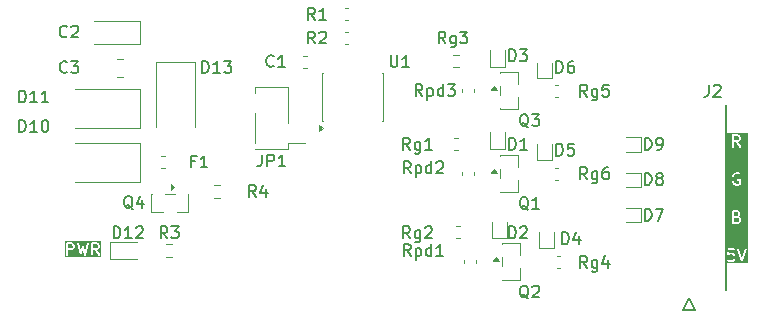
<source format=gto>
G04 #@! TF.GenerationSoftware,KiCad,Pcbnew,9.0.7*
G04 #@! TF.CreationDate,2026-02-28T23:28:59+02:00*
G04 #@! TF.ProjectId,S-PCBASSY-001-01,532d5043-4241-4535-9359-2d3030312d30,rev?*
G04 #@! TF.SameCoordinates,Original*
G04 #@! TF.FileFunction,Legend,Top*
G04 #@! TF.FilePolarity,Positive*
%FSLAX46Y46*%
G04 Gerber Fmt 4.6, Leading zero omitted, Abs format (unit mm)*
G04 Created by KiCad (PCBNEW 9.0.7) date 2026-02-28 23:28:59*
%MOMM*%
%LPD*%
G01*
G04 APERTURE LIST*
%ADD10C,0.150000*%
%ADD11C,0.120000*%
%ADD12C,0.127000*%
G04 APERTURE END LIST*
D10*
G36*
X163673771Y-68739292D02*
G01*
X163700265Y-68765786D01*
X163734523Y-68834302D01*
X163734523Y-68941749D01*
X163700264Y-69010265D01*
X163669857Y-69040673D01*
X163601342Y-69074931D01*
X163313095Y-69074931D01*
X163313095Y-68701121D01*
X163559258Y-68701121D01*
X163673771Y-68739292D01*
G37*
G36*
X163622239Y-68259189D02*
G01*
X163652646Y-68289596D01*
X163686904Y-68358112D01*
X163686904Y-68417940D01*
X163652646Y-68486456D01*
X163622239Y-68516863D01*
X163553723Y-68551121D01*
X163313095Y-68551121D01*
X163313095Y-68224931D01*
X163553723Y-68224931D01*
X163622239Y-68259189D01*
G37*
G36*
X163669858Y-61819413D02*
G01*
X163700265Y-61849820D01*
X163734523Y-61918336D01*
X163734523Y-62025783D01*
X163700265Y-62094299D01*
X163669858Y-62124706D01*
X163601342Y-62158964D01*
X163313095Y-62158964D01*
X163313095Y-61785155D01*
X163601342Y-61785155D01*
X163669858Y-61819413D01*
G37*
G36*
X164495045Y-72555930D02*
G01*
X162599953Y-72555930D01*
X162599953Y-71853249D01*
X162711064Y-71853249D01*
X162712155Y-71856864D01*
X162712155Y-71860640D01*
X162716349Y-71870765D01*
X162719517Y-71881265D01*
X162721908Y-71884188D01*
X162723354Y-71887677D01*
X162731107Y-71895430D01*
X162738048Y-71903913D01*
X162741374Y-71905697D01*
X162744046Y-71908369D01*
X162754173Y-71912564D01*
X162763835Y-71917747D01*
X162767594Y-71918122D01*
X162771083Y-71919568D01*
X162782044Y-71919568D01*
X162792954Y-71920659D01*
X162796570Y-71919568D01*
X162800345Y-71919568D01*
X162810470Y-71915373D01*
X162820970Y-71912206D01*
X162823893Y-71909814D01*
X162827382Y-71908369D01*
X162838747Y-71899042D01*
X162877760Y-71860029D01*
X162946276Y-71825771D01*
X163148961Y-71825771D01*
X163217477Y-71860029D01*
X163247884Y-71890436D01*
X163282142Y-71958952D01*
X163282142Y-72161637D01*
X163247883Y-72230153D01*
X163217476Y-72260561D01*
X163148961Y-72294819D01*
X162946276Y-72294819D01*
X162877760Y-72260561D01*
X162838748Y-72221548D01*
X162827382Y-72212220D01*
X162800346Y-72201021D01*
X162771083Y-72201021D01*
X162744047Y-72212219D01*
X162723354Y-72232912D01*
X162712155Y-72259948D01*
X162712155Y-72289211D01*
X162723353Y-72316247D01*
X162732680Y-72327612D01*
X162780299Y-72375232D01*
X162786048Y-72379950D01*
X162787349Y-72381450D01*
X162789608Y-72382872D01*
X162791665Y-72384560D01*
X162793492Y-72385317D01*
X162799792Y-72389282D01*
X162895030Y-72436901D01*
X162908761Y-72442156D01*
X162911450Y-72442347D01*
X162913939Y-72443378D01*
X162928571Y-72444819D01*
X163166666Y-72444819D01*
X163181298Y-72443378D01*
X163183787Y-72442346D01*
X163186475Y-72442156D01*
X163200207Y-72436901D01*
X163295445Y-72389282D01*
X163301744Y-72385317D01*
X163303572Y-72384560D01*
X163305628Y-72382872D01*
X163307888Y-72381450D01*
X163309188Y-72379950D01*
X163314938Y-72375232D01*
X163362556Y-72327613D01*
X163367274Y-72321863D01*
X163368773Y-72320564D01*
X163370194Y-72318305D01*
X163371884Y-72316247D01*
X163372641Y-72314417D01*
X163376605Y-72308121D01*
X163424224Y-72212883D01*
X163429479Y-72199152D01*
X163429670Y-72196462D01*
X163430701Y-72193974D01*
X163432142Y-72179342D01*
X163432142Y-71941247D01*
X163430701Y-71926615D01*
X163429670Y-71924126D01*
X163429479Y-71921437D01*
X163424224Y-71907706D01*
X163376605Y-71812468D01*
X163372640Y-71806168D01*
X163371883Y-71804341D01*
X163370194Y-71802284D01*
X163368773Y-71800025D01*
X163367274Y-71798725D01*
X163362556Y-71792976D01*
X163314937Y-71745357D01*
X163309187Y-71740638D01*
X163307888Y-71739140D01*
X163305628Y-71737718D01*
X163303572Y-71736030D01*
X163301744Y-71735272D01*
X163295445Y-71731308D01*
X163200207Y-71683689D01*
X163186475Y-71678434D01*
X163183787Y-71678243D01*
X163181298Y-71677212D01*
X163166666Y-71675771D01*
X162928571Y-71675771D01*
X162913939Y-71677212D01*
X162911450Y-71678242D01*
X162908761Y-71678434D01*
X162895030Y-71683689D01*
X162876388Y-71693009D01*
X162901207Y-71444819D01*
X163309523Y-71444819D01*
X163324155Y-71443378D01*
X163351191Y-71432179D01*
X163371883Y-71411487D01*
X163383082Y-71384451D01*
X163383082Y-71379199D01*
X163568446Y-71379199D01*
X163571706Y-71393536D01*
X163905039Y-72393536D01*
X163911033Y-72406961D01*
X163914543Y-72411008D01*
X163916940Y-72415802D01*
X163924048Y-72421967D01*
X163930207Y-72429068D01*
X163934996Y-72431462D01*
X163939047Y-72434976D01*
X163947972Y-72437950D01*
X163956380Y-72442155D01*
X163961724Y-72442534D01*
X163966810Y-72444230D01*
X163976190Y-72443563D01*
X163985570Y-72444230D01*
X163990655Y-72442534D01*
X163996000Y-72442155D01*
X164004410Y-72437949D01*
X164013332Y-72434976D01*
X164017379Y-72431465D01*
X164022173Y-72429069D01*
X164028336Y-72421963D01*
X164035440Y-72415802D01*
X164037835Y-72411010D01*
X164041347Y-72406962D01*
X164047341Y-72393536D01*
X164380674Y-71393536D01*
X164383934Y-71379200D01*
X164381859Y-71350010D01*
X164368773Y-71323836D01*
X164346665Y-71304662D01*
X164318903Y-71295408D01*
X164289713Y-71297483D01*
X164263540Y-71310570D01*
X164244366Y-71332677D01*
X164238372Y-71346102D01*
X163976190Y-72132648D01*
X163714008Y-71346102D01*
X163708014Y-71332676D01*
X163688840Y-71310569D01*
X163662667Y-71297483D01*
X163633477Y-71295408D01*
X163605714Y-71304662D01*
X163583607Y-71323836D01*
X163570521Y-71350009D01*
X163568446Y-71379199D01*
X163383082Y-71379199D01*
X163383082Y-71355187D01*
X163371883Y-71328151D01*
X163351191Y-71307459D01*
X163324155Y-71296260D01*
X163309523Y-71294819D01*
X162833333Y-71294819D01*
X162827921Y-71295351D01*
X162826093Y-71295169D01*
X162824306Y-71295707D01*
X162818701Y-71296260D01*
X162808574Y-71300454D01*
X162798077Y-71303622D01*
X162795153Y-71306013D01*
X162791665Y-71307459D01*
X162783911Y-71315212D01*
X162775429Y-71322153D01*
X162773644Y-71325479D01*
X162770973Y-71328151D01*
X162766777Y-71338280D01*
X162761595Y-71347940D01*
X162760487Y-71353464D01*
X162759774Y-71355187D01*
X162759774Y-71357023D01*
X162758705Y-71362356D01*
X162711086Y-71838546D01*
X162711064Y-71853249D01*
X162599953Y-71853249D01*
X162599953Y-68149931D01*
X163163095Y-68149931D01*
X163163095Y-69149931D01*
X163164536Y-69164563D01*
X163175735Y-69191599D01*
X163196427Y-69212291D01*
X163223463Y-69223490D01*
X163238095Y-69224931D01*
X163619047Y-69224931D01*
X163633679Y-69223490D01*
X163636168Y-69222458D01*
X163638856Y-69222268D01*
X163652588Y-69217013D01*
X163747826Y-69169394D01*
X163754125Y-69165429D01*
X163755953Y-69164672D01*
X163758009Y-69162984D01*
X163760269Y-69161562D01*
X163761569Y-69160062D01*
X163767319Y-69155344D01*
X163814937Y-69107725D01*
X163819655Y-69101975D01*
X163821154Y-69100676D01*
X163822575Y-69098417D01*
X163824265Y-69096359D01*
X163825022Y-69094529D01*
X163828986Y-69088233D01*
X163876605Y-68992995D01*
X163881860Y-68979264D01*
X163882051Y-68976574D01*
X163883082Y-68974086D01*
X163884523Y-68959454D01*
X163884523Y-68816597D01*
X163883082Y-68801965D01*
X163882051Y-68799476D01*
X163881860Y-68796787D01*
X163876605Y-68783056D01*
X163828986Y-68687818D01*
X163825021Y-68681518D01*
X163824264Y-68679691D01*
X163822575Y-68677634D01*
X163821154Y-68675375D01*
X163819655Y-68674075D01*
X163814937Y-68668326D01*
X163767318Y-68620707D01*
X163755953Y-68611380D01*
X163753462Y-68610348D01*
X163751427Y-68608583D01*
X163745359Y-68605874D01*
X163767318Y-68583916D01*
X163772036Y-68578166D01*
X163773535Y-68576867D01*
X163774956Y-68574607D01*
X163776645Y-68572551D01*
X163777402Y-68570723D01*
X163781367Y-68564424D01*
X163828986Y-68469186D01*
X163834241Y-68455455D01*
X163834432Y-68452765D01*
X163835463Y-68450277D01*
X163836904Y-68435645D01*
X163836904Y-68340407D01*
X163835463Y-68325775D01*
X163834432Y-68323286D01*
X163834241Y-68320597D01*
X163828986Y-68306866D01*
X163781367Y-68211628D01*
X163777402Y-68205328D01*
X163776645Y-68203501D01*
X163774956Y-68201444D01*
X163773535Y-68199185D01*
X163772036Y-68197885D01*
X163767318Y-68192136D01*
X163719699Y-68144517D01*
X163713949Y-68139798D01*
X163712650Y-68138300D01*
X163710390Y-68136878D01*
X163708334Y-68135190D01*
X163706506Y-68134432D01*
X163700207Y-68130468D01*
X163604969Y-68082849D01*
X163591237Y-68077594D01*
X163588549Y-68077403D01*
X163586060Y-68076372D01*
X163571428Y-68074931D01*
X163238095Y-68074931D01*
X163223463Y-68076372D01*
X163196427Y-68087571D01*
X163175735Y-68108263D01*
X163164536Y-68135299D01*
X163163095Y-68149931D01*
X162599953Y-68149931D01*
X162599953Y-65358614D01*
X163115476Y-65358614D01*
X163115476Y-65501471D01*
X163115727Y-65504024D01*
X163115565Y-65505117D01*
X163116374Y-65510590D01*
X163116917Y-65516103D01*
X163117339Y-65517124D01*
X163117715Y-65519661D01*
X163165334Y-65710137D01*
X163165719Y-65711216D01*
X163165758Y-65711756D01*
X163168085Y-65717837D01*
X163170281Y-65723983D01*
X163170603Y-65724418D01*
X163171013Y-65725488D01*
X163218632Y-65820726D01*
X163222595Y-65827022D01*
X163223353Y-65828852D01*
X163225042Y-65830910D01*
X163226464Y-65833169D01*
X163227962Y-65834468D01*
X163232681Y-65840218D01*
X163327919Y-65935457D01*
X163339284Y-65944785D01*
X163341774Y-65945816D01*
X163343809Y-65947581D01*
X163357235Y-65953575D01*
X163500091Y-66001194D01*
X163507346Y-66002843D01*
X163509177Y-66003602D01*
X163511830Y-66003863D01*
X163514428Y-66004454D01*
X163516402Y-66004313D01*
X163523809Y-66005043D01*
X163619047Y-66005043D01*
X163626452Y-66004313D01*
X163628427Y-66004454D01*
X163631024Y-66003863D01*
X163633679Y-66003602D01*
X163635510Y-66002843D01*
X163642764Y-66001194D01*
X163785621Y-65953575D01*
X163799046Y-65947581D01*
X163801081Y-65945815D01*
X163803572Y-65944784D01*
X163814938Y-65935456D01*
X163862556Y-65887837D01*
X163871884Y-65876471D01*
X163879165Y-65858892D01*
X163883082Y-65849436D01*
X163884523Y-65834804D01*
X163884523Y-65501471D01*
X163883082Y-65486839D01*
X163871883Y-65459803D01*
X163851191Y-65439111D01*
X163824155Y-65427912D01*
X163809523Y-65426471D01*
X163619047Y-65426471D01*
X163604415Y-65427912D01*
X163577379Y-65439111D01*
X163556687Y-65459803D01*
X163545488Y-65486839D01*
X163545488Y-65516103D01*
X163556687Y-65543139D01*
X163577379Y-65563831D01*
X163604415Y-65575030D01*
X163619047Y-65576471D01*
X163734523Y-65576471D01*
X163734523Y-65803738D01*
X163721390Y-65816871D01*
X163606877Y-65855043D01*
X163535979Y-65855043D01*
X163421466Y-65816872D01*
X163347353Y-65742758D01*
X163308859Y-65665771D01*
X163265476Y-65492237D01*
X163265476Y-65367848D01*
X163308859Y-65194314D01*
X163347353Y-65117327D01*
X163421466Y-65043214D01*
X163535979Y-65005043D01*
X163648961Y-65005043D01*
X163728363Y-65044744D01*
X163742094Y-65049999D01*
X163771284Y-65052073D01*
X163799046Y-65042819D01*
X163821153Y-65023646D01*
X163834241Y-64997471D01*
X163836315Y-64968281D01*
X163827061Y-64940520D01*
X163807888Y-64918412D01*
X163795445Y-64910580D01*
X163700207Y-64862961D01*
X163686475Y-64857706D01*
X163683787Y-64857515D01*
X163681298Y-64856484D01*
X163666666Y-64855043D01*
X163523809Y-64855043D01*
X163516402Y-64855772D01*
X163514428Y-64855632D01*
X163511830Y-64856222D01*
X163509177Y-64856484D01*
X163507346Y-64857242D01*
X163500091Y-64858892D01*
X163357235Y-64906511D01*
X163343809Y-64912505D01*
X163341774Y-64914269D01*
X163339284Y-64915301D01*
X163327919Y-64924629D01*
X163232681Y-65019867D01*
X163227962Y-65025616D01*
X163226464Y-65026916D01*
X163225042Y-65029175D01*
X163223354Y-65031232D01*
X163222596Y-65033059D01*
X163218632Y-65039359D01*
X163171013Y-65134597D01*
X163170603Y-65135666D01*
X163170281Y-65136102D01*
X163168085Y-65142247D01*
X163165758Y-65148329D01*
X163165719Y-65148868D01*
X163165334Y-65149948D01*
X163117715Y-65340424D01*
X163117339Y-65342960D01*
X163116917Y-65343982D01*
X163116374Y-65349494D01*
X163115565Y-65354968D01*
X163115727Y-65356060D01*
X163115476Y-65358614D01*
X162599953Y-65358614D01*
X162599953Y-61710155D01*
X163163095Y-61710155D01*
X163163095Y-62710155D01*
X163164536Y-62724787D01*
X163175735Y-62751823D01*
X163196427Y-62772515D01*
X163223463Y-62783714D01*
X163252727Y-62783714D01*
X163279763Y-62772515D01*
X163300455Y-62751823D01*
X163311654Y-62724787D01*
X163313095Y-62710155D01*
X163313095Y-62308964D01*
X163437141Y-62308964D01*
X163748081Y-62753165D01*
X163757652Y-62764325D01*
X163782331Y-62780052D01*
X163811148Y-62785138D01*
X163839719Y-62778808D01*
X163863693Y-62762026D01*
X163879420Y-62737348D01*
X163884505Y-62708530D01*
X163878176Y-62679959D01*
X163870966Y-62667146D01*
X163620162Y-62308854D01*
X163633679Y-62307523D01*
X163636168Y-62306491D01*
X163638856Y-62306301D01*
X163652588Y-62301046D01*
X163747826Y-62253427D01*
X163754125Y-62249462D01*
X163755953Y-62248705D01*
X163758009Y-62247016D01*
X163760269Y-62245595D01*
X163761568Y-62244096D01*
X163767318Y-62239378D01*
X163814937Y-62191759D01*
X163819655Y-62186009D01*
X163821154Y-62184710D01*
X163822575Y-62182450D01*
X163824264Y-62180394D01*
X163825021Y-62178566D01*
X163828986Y-62172267D01*
X163876605Y-62077029D01*
X163881860Y-62063298D01*
X163882051Y-62060608D01*
X163883082Y-62058120D01*
X163884523Y-62043488D01*
X163884523Y-61900631D01*
X163883082Y-61885999D01*
X163882051Y-61883510D01*
X163881860Y-61880821D01*
X163876605Y-61867090D01*
X163828986Y-61771852D01*
X163825021Y-61765552D01*
X163824264Y-61763725D01*
X163822575Y-61761668D01*
X163821154Y-61759409D01*
X163819655Y-61758109D01*
X163814937Y-61752360D01*
X163767318Y-61704741D01*
X163761568Y-61700022D01*
X163760269Y-61698524D01*
X163758009Y-61697102D01*
X163755953Y-61695414D01*
X163754125Y-61694656D01*
X163747826Y-61690692D01*
X163652588Y-61643073D01*
X163638856Y-61637818D01*
X163636168Y-61637627D01*
X163633679Y-61636596D01*
X163619047Y-61635155D01*
X163238095Y-61635155D01*
X163223463Y-61636596D01*
X163196427Y-61647795D01*
X163175735Y-61668487D01*
X163164536Y-61695523D01*
X163163095Y-61710155D01*
X162599953Y-61710155D01*
X162599953Y-61524044D01*
X164495045Y-61524044D01*
X164495045Y-72555930D01*
G37*
G36*
X109411399Y-70979077D02*
G01*
X109441806Y-71009484D01*
X109476064Y-71078000D01*
X109476064Y-71185447D01*
X109441806Y-71253963D01*
X109411399Y-71284370D01*
X109342883Y-71318628D01*
X109054636Y-71318628D01*
X109054636Y-70944819D01*
X109342883Y-70944819D01*
X109411399Y-70979077D01*
G37*
G36*
X107268542Y-70979077D02*
G01*
X107298949Y-71009484D01*
X107333207Y-71078000D01*
X107333207Y-71185447D01*
X107298949Y-71253963D01*
X107268542Y-71284370D01*
X107200026Y-71318628D01*
X106911779Y-71318628D01*
X106911779Y-70944819D01*
X107200026Y-70944819D01*
X107268542Y-70979077D01*
G37*
G36*
X109737175Y-72055913D02*
G01*
X106650668Y-72055913D01*
X106650668Y-70869819D01*
X106761779Y-70869819D01*
X106761779Y-71869819D01*
X106763220Y-71884451D01*
X106774419Y-71911487D01*
X106795111Y-71932179D01*
X106822147Y-71943378D01*
X106851411Y-71943378D01*
X106878447Y-71932179D01*
X106899139Y-71911487D01*
X106910338Y-71884451D01*
X106911779Y-71869819D01*
X106911779Y-71468628D01*
X107217731Y-71468628D01*
X107232363Y-71467187D01*
X107234852Y-71466155D01*
X107237540Y-71465965D01*
X107251272Y-71460710D01*
X107346510Y-71413091D01*
X107352809Y-71409126D01*
X107354637Y-71408369D01*
X107356693Y-71406680D01*
X107358953Y-71405259D01*
X107360252Y-71403760D01*
X107366002Y-71399042D01*
X107413621Y-71351423D01*
X107418339Y-71345673D01*
X107419838Y-71344374D01*
X107421259Y-71342114D01*
X107422948Y-71340058D01*
X107423705Y-71338230D01*
X107427670Y-71331931D01*
X107475289Y-71236693D01*
X107480544Y-71222962D01*
X107480735Y-71220272D01*
X107481766Y-71217784D01*
X107483207Y-71203152D01*
X107483207Y-71060295D01*
X107481766Y-71045663D01*
X107480735Y-71043174D01*
X107480544Y-71040485D01*
X107475289Y-71026754D01*
X107427670Y-70931516D01*
X107423705Y-70925216D01*
X107422948Y-70923389D01*
X107421259Y-70921332D01*
X107419838Y-70919073D01*
X107418339Y-70917773D01*
X107413621Y-70912024D01*
X107374220Y-70872623D01*
X107666593Y-70872623D01*
X107668581Y-70887191D01*
X107906676Y-71887191D01*
X107908405Y-71892210D01*
X107908645Y-71894012D01*
X107909587Y-71895640D01*
X107911466Y-71901091D01*
X107917852Y-71909915D01*
X107923307Y-71919337D01*
X107926364Y-71921677D01*
X107928623Y-71924798D01*
X107937898Y-71930505D01*
X107946545Y-71937124D01*
X107950265Y-71938116D01*
X107953545Y-71940134D01*
X107964299Y-71941858D01*
X107974821Y-71944664D01*
X107978636Y-71944157D01*
X107982440Y-71944767D01*
X107993038Y-71942243D01*
X108003829Y-71940810D01*
X108007160Y-71938881D01*
X108010908Y-71937989D01*
X108019732Y-71931602D01*
X108029154Y-71926148D01*
X108031494Y-71923090D01*
X108034615Y-71920832D01*
X108040322Y-71911556D01*
X108046941Y-71902910D01*
X108048966Y-71897510D01*
X108049951Y-71895910D01*
X108050238Y-71894118D01*
X108052104Y-71889144D01*
X108170111Y-71446613D01*
X108288120Y-71889144D01*
X108289985Y-71894119D01*
X108290273Y-71895910D01*
X108291257Y-71897509D01*
X108293283Y-71902911D01*
X108299903Y-71911559D01*
X108305609Y-71920832D01*
X108308729Y-71923090D01*
X108311070Y-71926148D01*
X108320491Y-71931602D01*
X108329316Y-71937989D01*
X108333063Y-71938881D01*
X108336395Y-71940810D01*
X108347188Y-71942244D01*
X108357784Y-71944767D01*
X108361585Y-71944157D01*
X108365404Y-71944665D01*
X108375935Y-71941856D01*
X108386679Y-71940134D01*
X108389955Y-71938118D01*
X108393679Y-71937125D01*
X108402329Y-71930503D01*
X108411601Y-71924798D01*
X108413859Y-71921677D01*
X108416917Y-71919337D01*
X108422372Y-71909914D01*
X108428758Y-71901091D01*
X108430635Y-71895642D01*
X108431579Y-71894013D01*
X108431818Y-71892209D01*
X108433548Y-71887191D01*
X108671644Y-70887191D01*
X108673632Y-70872623D01*
X108673182Y-70869819D01*
X108904636Y-70869819D01*
X108904636Y-71869819D01*
X108906077Y-71884451D01*
X108917276Y-71911487D01*
X108937968Y-71932179D01*
X108965004Y-71943378D01*
X108994268Y-71943378D01*
X109021304Y-71932179D01*
X109041996Y-71911487D01*
X109053195Y-71884451D01*
X109054636Y-71869819D01*
X109054636Y-71468628D01*
X109178682Y-71468628D01*
X109489622Y-71912829D01*
X109499193Y-71923989D01*
X109523872Y-71939716D01*
X109552689Y-71944802D01*
X109581260Y-71938472D01*
X109605234Y-71921690D01*
X109620961Y-71897012D01*
X109626046Y-71868194D01*
X109619717Y-71839623D01*
X109612507Y-71826810D01*
X109361703Y-71468518D01*
X109375220Y-71467187D01*
X109377709Y-71466155D01*
X109380397Y-71465965D01*
X109394129Y-71460710D01*
X109489367Y-71413091D01*
X109495666Y-71409126D01*
X109497494Y-71408369D01*
X109499550Y-71406680D01*
X109501810Y-71405259D01*
X109503109Y-71403760D01*
X109508859Y-71399042D01*
X109556478Y-71351423D01*
X109561196Y-71345673D01*
X109562695Y-71344374D01*
X109564116Y-71342114D01*
X109565805Y-71340058D01*
X109566562Y-71338230D01*
X109570527Y-71331931D01*
X109618146Y-71236693D01*
X109623401Y-71222962D01*
X109623592Y-71220272D01*
X109624623Y-71217784D01*
X109626064Y-71203152D01*
X109626064Y-71060295D01*
X109624623Y-71045663D01*
X109623592Y-71043174D01*
X109623401Y-71040485D01*
X109618146Y-71026754D01*
X109570527Y-70931516D01*
X109566562Y-70925216D01*
X109565805Y-70923389D01*
X109564116Y-70921332D01*
X109562695Y-70919073D01*
X109561196Y-70917773D01*
X109556478Y-70912024D01*
X109508859Y-70864405D01*
X109503109Y-70859686D01*
X109501810Y-70858188D01*
X109499550Y-70856766D01*
X109497494Y-70855078D01*
X109495666Y-70854320D01*
X109489367Y-70850356D01*
X109394129Y-70802737D01*
X109380397Y-70797482D01*
X109377709Y-70797291D01*
X109375220Y-70796260D01*
X109360588Y-70794819D01*
X108979636Y-70794819D01*
X108965004Y-70796260D01*
X108937968Y-70807459D01*
X108917276Y-70828151D01*
X108906077Y-70855187D01*
X108904636Y-70869819D01*
X108673182Y-70869819D01*
X108668999Y-70843728D01*
X108653663Y-70818806D01*
X108629956Y-70801650D01*
X108601488Y-70794871D01*
X108572593Y-70799504D01*
X108547671Y-70814840D01*
X108530514Y-70838547D01*
X108525724Y-70852448D01*
X108356471Y-71563303D01*
X108242580Y-71136208D01*
X108241294Y-71132780D01*
X108241103Y-71131339D01*
X108240111Y-71129626D01*
X108237417Y-71122442D01*
X108231402Y-71114583D01*
X108226441Y-71106015D01*
X108222582Y-71103061D01*
X108219630Y-71099204D01*
X108211065Y-71094245D01*
X108203203Y-71088227D01*
X108198506Y-71086974D01*
X108194305Y-71084542D01*
X108184498Y-71083239D01*
X108174928Y-71080687D01*
X108170109Y-71081327D01*
X108165297Y-71080688D01*
X108155736Y-71083237D01*
X108145919Y-71084542D01*
X108141713Y-71086976D01*
X108137021Y-71088228D01*
X108129161Y-71094243D01*
X108120594Y-71099204D01*
X108117640Y-71103062D01*
X108113783Y-71106015D01*
X108108824Y-71114580D01*
X108102807Y-71122441D01*
X108100110Y-71129630D01*
X108099121Y-71131340D01*
X108098929Y-71132779D01*
X108097644Y-71136208D01*
X107983752Y-71563303D01*
X107814501Y-70852447D01*
X107809711Y-70838547D01*
X107792554Y-70814840D01*
X107767632Y-70799504D01*
X107738737Y-70794871D01*
X107710269Y-70801649D01*
X107686562Y-70818806D01*
X107671226Y-70843728D01*
X107666593Y-70872623D01*
X107374220Y-70872623D01*
X107366002Y-70864405D01*
X107360252Y-70859686D01*
X107358953Y-70858188D01*
X107356693Y-70856766D01*
X107354637Y-70855078D01*
X107352809Y-70854320D01*
X107346510Y-70850356D01*
X107251272Y-70802737D01*
X107237540Y-70797482D01*
X107234852Y-70797291D01*
X107232363Y-70796260D01*
X107217731Y-70794819D01*
X106836779Y-70794819D01*
X106822147Y-70796260D01*
X106795111Y-70807459D01*
X106774419Y-70828151D01*
X106763220Y-70855187D01*
X106761779Y-70869819D01*
X106650668Y-70869819D01*
X106650668Y-70683708D01*
X109737175Y-70683708D01*
X109737175Y-72055913D01*
G37*
X150880952Y-72954819D02*
X150547619Y-72478628D01*
X150309524Y-72954819D02*
X150309524Y-71954819D01*
X150309524Y-71954819D02*
X150690476Y-71954819D01*
X150690476Y-71954819D02*
X150785714Y-72002438D01*
X150785714Y-72002438D02*
X150833333Y-72050057D01*
X150833333Y-72050057D02*
X150880952Y-72145295D01*
X150880952Y-72145295D02*
X150880952Y-72288152D01*
X150880952Y-72288152D02*
X150833333Y-72383390D01*
X150833333Y-72383390D02*
X150785714Y-72431009D01*
X150785714Y-72431009D02*
X150690476Y-72478628D01*
X150690476Y-72478628D02*
X150309524Y-72478628D01*
X151738095Y-72288152D02*
X151738095Y-73097676D01*
X151738095Y-73097676D02*
X151690476Y-73192914D01*
X151690476Y-73192914D02*
X151642857Y-73240533D01*
X151642857Y-73240533D02*
X151547619Y-73288152D01*
X151547619Y-73288152D02*
X151404762Y-73288152D01*
X151404762Y-73288152D02*
X151309524Y-73240533D01*
X151738095Y-72907200D02*
X151642857Y-72954819D01*
X151642857Y-72954819D02*
X151452381Y-72954819D01*
X151452381Y-72954819D02*
X151357143Y-72907200D01*
X151357143Y-72907200D02*
X151309524Y-72859580D01*
X151309524Y-72859580D02*
X151261905Y-72764342D01*
X151261905Y-72764342D02*
X151261905Y-72478628D01*
X151261905Y-72478628D02*
X151309524Y-72383390D01*
X151309524Y-72383390D02*
X151357143Y-72335771D01*
X151357143Y-72335771D02*
X151452381Y-72288152D01*
X151452381Y-72288152D02*
X151642857Y-72288152D01*
X151642857Y-72288152D02*
X151738095Y-72335771D01*
X152642857Y-72288152D02*
X152642857Y-72954819D01*
X152404762Y-71907200D02*
X152166667Y-72621485D01*
X152166667Y-72621485D02*
X152785714Y-72621485D01*
X161166666Y-57454819D02*
X161166666Y-58169104D01*
X161166666Y-58169104D02*
X161119047Y-58311961D01*
X161119047Y-58311961D02*
X161023809Y-58407200D01*
X161023809Y-58407200D02*
X160880952Y-58454819D01*
X160880952Y-58454819D02*
X160785714Y-58454819D01*
X161595238Y-57550057D02*
X161642857Y-57502438D01*
X161642857Y-57502438D02*
X161738095Y-57454819D01*
X161738095Y-57454819D02*
X161976190Y-57454819D01*
X161976190Y-57454819D02*
X162071428Y-57502438D01*
X162071428Y-57502438D02*
X162119047Y-57550057D01*
X162119047Y-57550057D02*
X162166666Y-57645295D01*
X162166666Y-57645295D02*
X162166666Y-57740533D01*
X162166666Y-57740533D02*
X162119047Y-57883390D01*
X162119047Y-57883390D02*
X161547619Y-58454819D01*
X161547619Y-58454819D02*
X162166666Y-58454819D01*
X102785714Y-58954819D02*
X102785714Y-57954819D01*
X102785714Y-57954819D02*
X103023809Y-57954819D01*
X103023809Y-57954819D02*
X103166666Y-58002438D01*
X103166666Y-58002438D02*
X103261904Y-58097676D01*
X103261904Y-58097676D02*
X103309523Y-58192914D01*
X103309523Y-58192914D02*
X103357142Y-58383390D01*
X103357142Y-58383390D02*
X103357142Y-58526247D01*
X103357142Y-58526247D02*
X103309523Y-58716723D01*
X103309523Y-58716723D02*
X103261904Y-58811961D01*
X103261904Y-58811961D02*
X103166666Y-58907200D01*
X103166666Y-58907200D02*
X103023809Y-58954819D01*
X103023809Y-58954819D02*
X102785714Y-58954819D01*
X104309523Y-58954819D02*
X103738095Y-58954819D01*
X104023809Y-58954819D02*
X104023809Y-57954819D01*
X104023809Y-57954819D02*
X103928571Y-58097676D01*
X103928571Y-58097676D02*
X103833333Y-58192914D01*
X103833333Y-58192914D02*
X103738095Y-58240533D01*
X105261904Y-58954819D02*
X104690476Y-58954819D01*
X104976190Y-58954819D02*
X104976190Y-57954819D01*
X104976190Y-57954819D02*
X104880952Y-58097676D01*
X104880952Y-58097676D02*
X104785714Y-58192914D01*
X104785714Y-58192914D02*
X104690476Y-58240533D01*
X112404761Y-67987557D02*
X112309523Y-67939938D01*
X112309523Y-67939938D02*
X112214285Y-67844700D01*
X112214285Y-67844700D02*
X112071428Y-67701842D01*
X112071428Y-67701842D02*
X111976190Y-67654223D01*
X111976190Y-67654223D02*
X111880952Y-67654223D01*
X111928571Y-67892319D02*
X111833333Y-67844700D01*
X111833333Y-67844700D02*
X111738095Y-67749461D01*
X111738095Y-67749461D02*
X111690476Y-67558985D01*
X111690476Y-67558985D02*
X111690476Y-67225652D01*
X111690476Y-67225652D02*
X111738095Y-67035176D01*
X111738095Y-67035176D02*
X111833333Y-66939938D01*
X111833333Y-66939938D02*
X111928571Y-66892319D01*
X111928571Y-66892319D02*
X112119047Y-66892319D01*
X112119047Y-66892319D02*
X112214285Y-66939938D01*
X112214285Y-66939938D02*
X112309523Y-67035176D01*
X112309523Y-67035176D02*
X112357142Y-67225652D01*
X112357142Y-67225652D02*
X112357142Y-67558985D01*
X112357142Y-67558985D02*
X112309523Y-67749461D01*
X112309523Y-67749461D02*
X112214285Y-67844700D01*
X112214285Y-67844700D02*
X112119047Y-67892319D01*
X112119047Y-67892319D02*
X111928571Y-67892319D01*
X113214285Y-67225652D02*
X113214285Y-67892319D01*
X112976190Y-66844700D02*
X112738095Y-67558985D01*
X112738095Y-67558985D02*
X113357142Y-67558985D01*
X150880952Y-65454819D02*
X150547619Y-64978628D01*
X150309524Y-65454819D02*
X150309524Y-64454819D01*
X150309524Y-64454819D02*
X150690476Y-64454819D01*
X150690476Y-64454819D02*
X150785714Y-64502438D01*
X150785714Y-64502438D02*
X150833333Y-64550057D01*
X150833333Y-64550057D02*
X150880952Y-64645295D01*
X150880952Y-64645295D02*
X150880952Y-64788152D01*
X150880952Y-64788152D02*
X150833333Y-64883390D01*
X150833333Y-64883390D02*
X150785714Y-64931009D01*
X150785714Y-64931009D02*
X150690476Y-64978628D01*
X150690476Y-64978628D02*
X150309524Y-64978628D01*
X151738095Y-64788152D02*
X151738095Y-65597676D01*
X151738095Y-65597676D02*
X151690476Y-65692914D01*
X151690476Y-65692914D02*
X151642857Y-65740533D01*
X151642857Y-65740533D02*
X151547619Y-65788152D01*
X151547619Y-65788152D02*
X151404762Y-65788152D01*
X151404762Y-65788152D02*
X151309524Y-65740533D01*
X151738095Y-65407200D02*
X151642857Y-65454819D01*
X151642857Y-65454819D02*
X151452381Y-65454819D01*
X151452381Y-65454819D02*
X151357143Y-65407200D01*
X151357143Y-65407200D02*
X151309524Y-65359580D01*
X151309524Y-65359580D02*
X151261905Y-65264342D01*
X151261905Y-65264342D02*
X151261905Y-64978628D01*
X151261905Y-64978628D02*
X151309524Y-64883390D01*
X151309524Y-64883390D02*
X151357143Y-64835771D01*
X151357143Y-64835771D02*
X151452381Y-64788152D01*
X151452381Y-64788152D02*
X151642857Y-64788152D01*
X151642857Y-64788152D02*
X151738095Y-64835771D01*
X152642857Y-64454819D02*
X152452381Y-64454819D01*
X152452381Y-64454819D02*
X152357143Y-64502438D01*
X152357143Y-64502438D02*
X152309524Y-64550057D01*
X152309524Y-64550057D02*
X152214286Y-64692914D01*
X152214286Y-64692914D02*
X152166667Y-64883390D01*
X152166667Y-64883390D02*
X152166667Y-65264342D01*
X152166667Y-65264342D02*
X152214286Y-65359580D01*
X152214286Y-65359580D02*
X152261905Y-65407200D01*
X152261905Y-65407200D02*
X152357143Y-65454819D01*
X152357143Y-65454819D02*
X152547619Y-65454819D01*
X152547619Y-65454819D02*
X152642857Y-65407200D01*
X152642857Y-65407200D02*
X152690476Y-65359580D01*
X152690476Y-65359580D02*
X152738095Y-65264342D01*
X152738095Y-65264342D02*
X152738095Y-65026247D01*
X152738095Y-65026247D02*
X152690476Y-64931009D01*
X152690476Y-64931009D02*
X152642857Y-64883390D01*
X152642857Y-64883390D02*
X152547619Y-64835771D01*
X152547619Y-64835771D02*
X152357143Y-64835771D01*
X152357143Y-64835771D02*
X152261905Y-64883390D01*
X152261905Y-64883390D02*
X152214286Y-64931009D01*
X152214286Y-64931009D02*
X152166667Y-65026247D01*
X122833333Y-66954819D02*
X122500000Y-66478628D01*
X122261905Y-66954819D02*
X122261905Y-65954819D01*
X122261905Y-65954819D02*
X122642857Y-65954819D01*
X122642857Y-65954819D02*
X122738095Y-66002438D01*
X122738095Y-66002438D02*
X122785714Y-66050057D01*
X122785714Y-66050057D02*
X122833333Y-66145295D01*
X122833333Y-66145295D02*
X122833333Y-66288152D01*
X122833333Y-66288152D02*
X122785714Y-66383390D01*
X122785714Y-66383390D02*
X122738095Y-66431009D01*
X122738095Y-66431009D02*
X122642857Y-66478628D01*
X122642857Y-66478628D02*
X122261905Y-66478628D01*
X123690476Y-66288152D02*
X123690476Y-66954819D01*
X123452381Y-65907200D02*
X123214286Y-66621485D01*
X123214286Y-66621485D02*
X123833333Y-66621485D01*
X144261905Y-55454819D02*
X144261905Y-54454819D01*
X144261905Y-54454819D02*
X144500000Y-54454819D01*
X144500000Y-54454819D02*
X144642857Y-54502438D01*
X144642857Y-54502438D02*
X144738095Y-54597676D01*
X144738095Y-54597676D02*
X144785714Y-54692914D01*
X144785714Y-54692914D02*
X144833333Y-54883390D01*
X144833333Y-54883390D02*
X144833333Y-55026247D01*
X144833333Y-55026247D02*
X144785714Y-55216723D01*
X144785714Y-55216723D02*
X144738095Y-55311961D01*
X144738095Y-55311961D02*
X144642857Y-55407200D01*
X144642857Y-55407200D02*
X144500000Y-55454819D01*
X144500000Y-55454819D02*
X144261905Y-55454819D01*
X145166667Y-54454819D02*
X145785714Y-54454819D01*
X145785714Y-54454819D02*
X145452381Y-54835771D01*
X145452381Y-54835771D02*
X145595238Y-54835771D01*
X145595238Y-54835771D02*
X145690476Y-54883390D01*
X145690476Y-54883390D02*
X145738095Y-54931009D01*
X145738095Y-54931009D02*
X145785714Y-55026247D01*
X145785714Y-55026247D02*
X145785714Y-55264342D01*
X145785714Y-55264342D02*
X145738095Y-55359580D01*
X145738095Y-55359580D02*
X145690476Y-55407200D01*
X145690476Y-55407200D02*
X145595238Y-55454819D01*
X145595238Y-55454819D02*
X145309524Y-55454819D01*
X145309524Y-55454819D02*
X145214286Y-55407200D01*
X145214286Y-55407200D02*
X145166667Y-55359580D01*
X155761905Y-62954819D02*
X155761905Y-61954819D01*
X155761905Y-61954819D02*
X156000000Y-61954819D01*
X156000000Y-61954819D02*
X156142857Y-62002438D01*
X156142857Y-62002438D02*
X156238095Y-62097676D01*
X156238095Y-62097676D02*
X156285714Y-62192914D01*
X156285714Y-62192914D02*
X156333333Y-62383390D01*
X156333333Y-62383390D02*
X156333333Y-62526247D01*
X156333333Y-62526247D02*
X156285714Y-62716723D01*
X156285714Y-62716723D02*
X156238095Y-62811961D01*
X156238095Y-62811961D02*
X156142857Y-62907200D01*
X156142857Y-62907200D02*
X156000000Y-62954819D01*
X156000000Y-62954819D02*
X155761905Y-62954819D01*
X156809524Y-62954819D02*
X157000000Y-62954819D01*
X157000000Y-62954819D02*
X157095238Y-62907200D01*
X157095238Y-62907200D02*
X157142857Y-62859580D01*
X157142857Y-62859580D02*
X157238095Y-62716723D01*
X157238095Y-62716723D02*
X157285714Y-62526247D01*
X157285714Y-62526247D02*
X157285714Y-62145295D01*
X157285714Y-62145295D02*
X157238095Y-62050057D01*
X157238095Y-62050057D02*
X157190476Y-62002438D01*
X157190476Y-62002438D02*
X157095238Y-61954819D01*
X157095238Y-61954819D02*
X156904762Y-61954819D01*
X156904762Y-61954819D02*
X156809524Y-62002438D01*
X156809524Y-62002438D02*
X156761905Y-62050057D01*
X156761905Y-62050057D02*
X156714286Y-62145295D01*
X156714286Y-62145295D02*
X156714286Y-62383390D01*
X156714286Y-62383390D02*
X156761905Y-62478628D01*
X156761905Y-62478628D02*
X156809524Y-62526247D01*
X156809524Y-62526247D02*
X156904762Y-62573866D01*
X156904762Y-62573866D02*
X157095238Y-62573866D01*
X157095238Y-62573866D02*
X157190476Y-62526247D01*
X157190476Y-62526247D02*
X157238095Y-62478628D01*
X157238095Y-62478628D02*
X157285714Y-62383390D01*
X135928571Y-64954819D02*
X135595238Y-64478628D01*
X135357143Y-64954819D02*
X135357143Y-63954819D01*
X135357143Y-63954819D02*
X135738095Y-63954819D01*
X135738095Y-63954819D02*
X135833333Y-64002438D01*
X135833333Y-64002438D02*
X135880952Y-64050057D01*
X135880952Y-64050057D02*
X135928571Y-64145295D01*
X135928571Y-64145295D02*
X135928571Y-64288152D01*
X135928571Y-64288152D02*
X135880952Y-64383390D01*
X135880952Y-64383390D02*
X135833333Y-64431009D01*
X135833333Y-64431009D02*
X135738095Y-64478628D01*
X135738095Y-64478628D02*
X135357143Y-64478628D01*
X136357143Y-64288152D02*
X136357143Y-65288152D01*
X136357143Y-64335771D02*
X136452381Y-64288152D01*
X136452381Y-64288152D02*
X136642857Y-64288152D01*
X136642857Y-64288152D02*
X136738095Y-64335771D01*
X136738095Y-64335771D02*
X136785714Y-64383390D01*
X136785714Y-64383390D02*
X136833333Y-64478628D01*
X136833333Y-64478628D02*
X136833333Y-64764342D01*
X136833333Y-64764342D02*
X136785714Y-64859580D01*
X136785714Y-64859580D02*
X136738095Y-64907200D01*
X136738095Y-64907200D02*
X136642857Y-64954819D01*
X136642857Y-64954819D02*
X136452381Y-64954819D01*
X136452381Y-64954819D02*
X136357143Y-64907200D01*
X137690476Y-64954819D02*
X137690476Y-63954819D01*
X137690476Y-64907200D02*
X137595238Y-64954819D01*
X137595238Y-64954819D02*
X137404762Y-64954819D01*
X137404762Y-64954819D02*
X137309524Y-64907200D01*
X137309524Y-64907200D02*
X137261905Y-64859580D01*
X137261905Y-64859580D02*
X137214286Y-64764342D01*
X137214286Y-64764342D02*
X137214286Y-64478628D01*
X137214286Y-64478628D02*
X137261905Y-64383390D01*
X137261905Y-64383390D02*
X137309524Y-64335771D01*
X137309524Y-64335771D02*
X137404762Y-64288152D01*
X137404762Y-64288152D02*
X137595238Y-64288152D01*
X137595238Y-64288152D02*
X137690476Y-64335771D01*
X138119048Y-64050057D02*
X138166667Y-64002438D01*
X138166667Y-64002438D02*
X138261905Y-63954819D01*
X138261905Y-63954819D02*
X138500000Y-63954819D01*
X138500000Y-63954819D02*
X138595238Y-64002438D01*
X138595238Y-64002438D02*
X138642857Y-64050057D01*
X138642857Y-64050057D02*
X138690476Y-64145295D01*
X138690476Y-64145295D02*
X138690476Y-64240533D01*
X138690476Y-64240533D02*
X138642857Y-64383390D01*
X138642857Y-64383390D02*
X138071429Y-64954819D01*
X138071429Y-64954819D02*
X138690476Y-64954819D01*
X144261905Y-62954819D02*
X144261905Y-61954819D01*
X144261905Y-61954819D02*
X144500000Y-61954819D01*
X144500000Y-61954819D02*
X144642857Y-62002438D01*
X144642857Y-62002438D02*
X144738095Y-62097676D01*
X144738095Y-62097676D02*
X144785714Y-62192914D01*
X144785714Y-62192914D02*
X144833333Y-62383390D01*
X144833333Y-62383390D02*
X144833333Y-62526247D01*
X144833333Y-62526247D02*
X144785714Y-62716723D01*
X144785714Y-62716723D02*
X144738095Y-62811961D01*
X144738095Y-62811961D02*
X144642857Y-62907200D01*
X144642857Y-62907200D02*
X144500000Y-62954819D01*
X144500000Y-62954819D02*
X144261905Y-62954819D01*
X145785714Y-62954819D02*
X145214286Y-62954819D01*
X145500000Y-62954819D02*
X145500000Y-61954819D01*
X145500000Y-61954819D02*
X145404762Y-62097676D01*
X145404762Y-62097676D02*
X145309524Y-62192914D01*
X145309524Y-62192914D02*
X145214286Y-62240533D01*
X144261905Y-70454819D02*
X144261905Y-69454819D01*
X144261905Y-69454819D02*
X144500000Y-69454819D01*
X144500000Y-69454819D02*
X144642857Y-69502438D01*
X144642857Y-69502438D02*
X144738095Y-69597676D01*
X144738095Y-69597676D02*
X144785714Y-69692914D01*
X144785714Y-69692914D02*
X144833333Y-69883390D01*
X144833333Y-69883390D02*
X144833333Y-70026247D01*
X144833333Y-70026247D02*
X144785714Y-70216723D01*
X144785714Y-70216723D02*
X144738095Y-70311961D01*
X144738095Y-70311961D02*
X144642857Y-70407200D01*
X144642857Y-70407200D02*
X144500000Y-70454819D01*
X144500000Y-70454819D02*
X144261905Y-70454819D01*
X145214286Y-69550057D02*
X145261905Y-69502438D01*
X145261905Y-69502438D02*
X145357143Y-69454819D01*
X145357143Y-69454819D02*
X145595238Y-69454819D01*
X145595238Y-69454819D02*
X145690476Y-69502438D01*
X145690476Y-69502438D02*
X145738095Y-69550057D01*
X145738095Y-69550057D02*
X145785714Y-69645295D01*
X145785714Y-69645295D02*
X145785714Y-69740533D01*
X145785714Y-69740533D02*
X145738095Y-69883390D01*
X145738095Y-69883390D02*
X145166667Y-70454819D01*
X145166667Y-70454819D02*
X145785714Y-70454819D01*
X124333333Y-55859580D02*
X124285714Y-55907200D01*
X124285714Y-55907200D02*
X124142857Y-55954819D01*
X124142857Y-55954819D02*
X124047619Y-55954819D01*
X124047619Y-55954819D02*
X123904762Y-55907200D01*
X123904762Y-55907200D02*
X123809524Y-55811961D01*
X123809524Y-55811961D02*
X123761905Y-55716723D01*
X123761905Y-55716723D02*
X123714286Y-55526247D01*
X123714286Y-55526247D02*
X123714286Y-55383390D01*
X123714286Y-55383390D02*
X123761905Y-55192914D01*
X123761905Y-55192914D02*
X123809524Y-55097676D01*
X123809524Y-55097676D02*
X123904762Y-55002438D01*
X123904762Y-55002438D02*
X124047619Y-54954819D01*
X124047619Y-54954819D02*
X124142857Y-54954819D01*
X124142857Y-54954819D02*
X124285714Y-55002438D01*
X124285714Y-55002438D02*
X124333333Y-55050057D01*
X125285714Y-55954819D02*
X124714286Y-55954819D01*
X125000000Y-55954819D02*
X125000000Y-54954819D01*
X125000000Y-54954819D02*
X124904762Y-55097676D01*
X124904762Y-55097676D02*
X124809524Y-55192914D01*
X124809524Y-55192914D02*
X124714286Y-55240533D01*
X148261905Y-63454819D02*
X148261905Y-62454819D01*
X148261905Y-62454819D02*
X148500000Y-62454819D01*
X148500000Y-62454819D02*
X148642857Y-62502438D01*
X148642857Y-62502438D02*
X148738095Y-62597676D01*
X148738095Y-62597676D02*
X148785714Y-62692914D01*
X148785714Y-62692914D02*
X148833333Y-62883390D01*
X148833333Y-62883390D02*
X148833333Y-63026247D01*
X148833333Y-63026247D02*
X148785714Y-63216723D01*
X148785714Y-63216723D02*
X148738095Y-63311961D01*
X148738095Y-63311961D02*
X148642857Y-63407200D01*
X148642857Y-63407200D02*
X148500000Y-63454819D01*
X148500000Y-63454819D02*
X148261905Y-63454819D01*
X149738095Y-62454819D02*
X149261905Y-62454819D01*
X149261905Y-62454819D02*
X149214286Y-62931009D01*
X149214286Y-62931009D02*
X149261905Y-62883390D01*
X149261905Y-62883390D02*
X149357143Y-62835771D01*
X149357143Y-62835771D02*
X149595238Y-62835771D01*
X149595238Y-62835771D02*
X149690476Y-62883390D01*
X149690476Y-62883390D02*
X149738095Y-62931009D01*
X149738095Y-62931009D02*
X149785714Y-63026247D01*
X149785714Y-63026247D02*
X149785714Y-63264342D01*
X149785714Y-63264342D02*
X149738095Y-63359580D01*
X149738095Y-63359580D02*
X149690476Y-63407200D01*
X149690476Y-63407200D02*
X149595238Y-63454819D01*
X149595238Y-63454819D02*
X149357143Y-63454819D01*
X149357143Y-63454819D02*
X149261905Y-63407200D01*
X149261905Y-63407200D02*
X149214286Y-63359580D01*
X155761905Y-65954819D02*
X155761905Y-64954819D01*
X155761905Y-64954819D02*
X156000000Y-64954819D01*
X156000000Y-64954819D02*
X156142857Y-65002438D01*
X156142857Y-65002438D02*
X156238095Y-65097676D01*
X156238095Y-65097676D02*
X156285714Y-65192914D01*
X156285714Y-65192914D02*
X156333333Y-65383390D01*
X156333333Y-65383390D02*
X156333333Y-65526247D01*
X156333333Y-65526247D02*
X156285714Y-65716723D01*
X156285714Y-65716723D02*
X156238095Y-65811961D01*
X156238095Y-65811961D02*
X156142857Y-65907200D01*
X156142857Y-65907200D02*
X156000000Y-65954819D01*
X156000000Y-65954819D02*
X155761905Y-65954819D01*
X156904762Y-65383390D02*
X156809524Y-65335771D01*
X156809524Y-65335771D02*
X156761905Y-65288152D01*
X156761905Y-65288152D02*
X156714286Y-65192914D01*
X156714286Y-65192914D02*
X156714286Y-65145295D01*
X156714286Y-65145295D02*
X156761905Y-65050057D01*
X156761905Y-65050057D02*
X156809524Y-65002438D01*
X156809524Y-65002438D02*
X156904762Y-64954819D01*
X156904762Y-64954819D02*
X157095238Y-64954819D01*
X157095238Y-64954819D02*
X157190476Y-65002438D01*
X157190476Y-65002438D02*
X157238095Y-65050057D01*
X157238095Y-65050057D02*
X157285714Y-65145295D01*
X157285714Y-65145295D02*
X157285714Y-65192914D01*
X157285714Y-65192914D02*
X157238095Y-65288152D01*
X157238095Y-65288152D02*
X157190476Y-65335771D01*
X157190476Y-65335771D02*
X157095238Y-65383390D01*
X157095238Y-65383390D02*
X156904762Y-65383390D01*
X156904762Y-65383390D02*
X156809524Y-65431009D01*
X156809524Y-65431009D02*
X156761905Y-65478628D01*
X156761905Y-65478628D02*
X156714286Y-65573866D01*
X156714286Y-65573866D02*
X156714286Y-65764342D01*
X156714286Y-65764342D02*
X156761905Y-65859580D01*
X156761905Y-65859580D02*
X156809524Y-65907200D01*
X156809524Y-65907200D02*
X156904762Y-65954819D01*
X156904762Y-65954819D02*
X157095238Y-65954819D01*
X157095238Y-65954819D02*
X157190476Y-65907200D01*
X157190476Y-65907200D02*
X157238095Y-65859580D01*
X157238095Y-65859580D02*
X157285714Y-65764342D01*
X157285714Y-65764342D02*
X157285714Y-65573866D01*
X157285714Y-65573866D02*
X157238095Y-65478628D01*
X157238095Y-65478628D02*
X157190476Y-65431009D01*
X157190476Y-65431009D02*
X157095238Y-65383390D01*
X110785714Y-70454819D02*
X110785714Y-69454819D01*
X110785714Y-69454819D02*
X111023809Y-69454819D01*
X111023809Y-69454819D02*
X111166666Y-69502438D01*
X111166666Y-69502438D02*
X111261904Y-69597676D01*
X111261904Y-69597676D02*
X111309523Y-69692914D01*
X111309523Y-69692914D02*
X111357142Y-69883390D01*
X111357142Y-69883390D02*
X111357142Y-70026247D01*
X111357142Y-70026247D02*
X111309523Y-70216723D01*
X111309523Y-70216723D02*
X111261904Y-70311961D01*
X111261904Y-70311961D02*
X111166666Y-70407200D01*
X111166666Y-70407200D02*
X111023809Y-70454819D01*
X111023809Y-70454819D02*
X110785714Y-70454819D01*
X112309523Y-70454819D02*
X111738095Y-70454819D01*
X112023809Y-70454819D02*
X112023809Y-69454819D01*
X112023809Y-69454819D02*
X111928571Y-69597676D01*
X111928571Y-69597676D02*
X111833333Y-69692914D01*
X111833333Y-69692914D02*
X111738095Y-69740533D01*
X112690476Y-69550057D02*
X112738095Y-69502438D01*
X112738095Y-69502438D02*
X112833333Y-69454819D01*
X112833333Y-69454819D02*
X113071428Y-69454819D01*
X113071428Y-69454819D02*
X113166666Y-69502438D01*
X113166666Y-69502438D02*
X113214285Y-69550057D01*
X113214285Y-69550057D02*
X113261904Y-69645295D01*
X113261904Y-69645295D02*
X113261904Y-69740533D01*
X113261904Y-69740533D02*
X113214285Y-69883390D01*
X113214285Y-69883390D02*
X112642857Y-70454819D01*
X112642857Y-70454819D02*
X113261904Y-70454819D01*
X135880952Y-62954819D02*
X135547619Y-62478628D01*
X135309524Y-62954819D02*
X135309524Y-61954819D01*
X135309524Y-61954819D02*
X135690476Y-61954819D01*
X135690476Y-61954819D02*
X135785714Y-62002438D01*
X135785714Y-62002438D02*
X135833333Y-62050057D01*
X135833333Y-62050057D02*
X135880952Y-62145295D01*
X135880952Y-62145295D02*
X135880952Y-62288152D01*
X135880952Y-62288152D02*
X135833333Y-62383390D01*
X135833333Y-62383390D02*
X135785714Y-62431009D01*
X135785714Y-62431009D02*
X135690476Y-62478628D01*
X135690476Y-62478628D02*
X135309524Y-62478628D01*
X136738095Y-62288152D02*
X136738095Y-63097676D01*
X136738095Y-63097676D02*
X136690476Y-63192914D01*
X136690476Y-63192914D02*
X136642857Y-63240533D01*
X136642857Y-63240533D02*
X136547619Y-63288152D01*
X136547619Y-63288152D02*
X136404762Y-63288152D01*
X136404762Y-63288152D02*
X136309524Y-63240533D01*
X136738095Y-62907200D02*
X136642857Y-62954819D01*
X136642857Y-62954819D02*
X136452381Y-62954819D01*
X136452381Y-62954819D02*
X136357143Y-62907200D01*
X136357143Y-62907200D02*
X136309524Y-62859580D01*
X136309524Y-62859580D02*
X136261905Y-62764342D01*
X136261905Y-62764342D02*
X136261905Y-62478628D01*
X136261905Y-62478628D02*
X136309524Y-62383390D01*
X136309524Y-62383390D02*
X136357143Y-62335771D01*
X136357143Y-62335771D02*
X136452381Y-62288152D01*
X136452381Y-62288152D02*
X136642857Y-62288152D01*
X136642857Y-62288152D02*
X136738095Y-62335771D01*
X137738095Y-62954819D02*
X137166667Y-62954819D01*
X137452381Y-62954819D02*
X137452381Y-61954819D01*
X137452381Y-61954819D02*
X137357143Y-62097676D01*
X137357143Y-62097676D02*
X137261905Y-62192914D01*
X137261905Y-62192914D02*
X137166667Y-62240533D01*
X135928571Y-71954819D02*
X135595238Y-71478628D01*
X135357143Y-71954819D02*
X135357143Y-70954819D01*
X135357143Y-70954819D02*
X135738095Y-70954819D01*
X135738095Y-70954819D02*
X135833333Y-71002438D01*
X135833333Y-71002438D02*
X135880952Y-71050057D01*
X135880952Y-71050057D02*
X135928571Y-71145295D01*
X135928571Y-71145295D02*
X135928571Y-71288152D01*
X135928571Y-71288152D02*
X135880952Y-71383390D01*
X135880952Y-71383390D02*
X135833333Y-71431009D01*
X135833333Y-71431009D02*
X135738095Y-71478628D01*
X135738095Y-71478628D02*
X135357143Y-71478628D01*
X136357143Y-71288152D02*
X136357143Y-72288152D01*
X136357143Y-71335771D02*
X136452381Y-71288152D01*
X136452381Y-71288152D02*
X136642857Y-71288152D01*
X136642857Y-71288152D02*
X136738095Y-71335771D01*
X136738095Y-71335771D02*
X136785714Y-71383390D01*
X136785714Y-71383390D02*
X136833333Y-71478628D01*
X136833333Y-71478628D02*
X136833333Y-71764342D01*
X136833333Y-71764342D02*
X136785714Y-71859580D01*
X136785714Y-71859580D02*
X136738095Y-71907200D01*
X136738095Y-71907200D02*
X136642857Y-71954819D01*
X136642857Y-71954819D02*
X136452381Y-71954819D01*
X136452381Y-71954819D02*
X136357143Y-71907200D01*
X137690476Y-71954819D02*
X137690476Y-70954819D01*
X137690476Y-71907200D02*
X137595238Y-71954819D01*
X137595238Y-71954819D02*
X137404762Y-71954819D01*
X137404762Y-71954819D02*
X137309524Y-71907200D01*
X137309524Y-71907200D02*
X137261905Y-71859580D01*
X137261905Y-71859580D02*
X137214286Y-71764342D01*
X137214286Y-71764342D02*
X137214286Y-71478628D01*
X137214286Y-71478628D02*
X137261905Y-71383390D01*
X137261905Y-71383390D02*
X137309524Y-71335771D01*
X137309524Y-71335771D02*
X137404762Y-71288152D01*
X137404762Y-71288152D02*
X137595238Y-71288152D01*
X137595238Y-71288152D02*
X137690476Y-71335771D01*
X138690476Y-71954819D02*
X138119048Y-71954819D01*
X138404762Y-71954819D02*
X138404762Y-70954819D01*
X138404762Y-70954819D02*
X138309524Y-71097676D01*
X138309524Y-71097676D02*
X138214286Y-71192914D01*
X138214286Y-71192914D02*
X138119048Y-71240533D01*
X155761905Y-68954819D02*
X155761905Y-67954819D01*
X155761905Y-67954819D02*
X156000000Y-67954819D01*
X156000000Y-67954819D02*
X156142857Y-68002438D01*
X156142857Y-68002438D02*
X156238095Y-68097676D01*
X156238095Y-68097676D02*
X156285714Y-68192914D01*
X156285714Y-68192914D02*
X156333333Y-68383390D01*
X156333333Y-68383390D02*
X156333333Y-68526247D01*
X156333333Y-68526247D02*
X156285714Y-68716723D01*
X156285714Y-68716723D02*
X156238095Y-68811961D01*
X156238095Y-68811961D02*
X156142857Y-68907200D01*
X156142857Y-68907200D02*
X156000000Y-68954819D01*
X156000000Y-68954819D02*
X155761905Y-68954819D01*
X156666667Y-67954819D02*
X157333333Y-67954819D01*
X157333333Y-67954819D02*
X156904762Y-68954819D01*
X117666666Y-63931009D02*
X117333333Y-63931009D01*
X117333333Y-64454819D02*
X117333333Y-63454819D01*
X117333333Y-63454819D02*
X117809523Y-63454819D01*
X118714285Y-64454819D02*
X118142857Y-64454819D01*
X118428571Y-64454819D02*
X118428571Y-63454819D01*
X118428571Y-63454819D02*
X118333333Y-63597676D01*
X118333333Y-63597676D02*
X118238095Y-63692914D01*
X118238095Y-63692914D02*
X118142857Y-63740533D01*
X150880952Y-58454819D02*
X150547619Y-57978628D01*
X150309524Y-58454819D02*
X150309524Y-57454819D01*
X150309524Y-57454819D02*
X150690476Y-57454819D01*
X150690476Y-57454819D02*
X150785714Y-57502438D01*
X150785714Y-57502438D02*
X150833333Y-57550057D01*
X150833333Y-57550057D02*
X150880952Y-57645295D01*
X150880952Y-57645295D02*
X150880952Y-57788152D01*
X150880952Y-57788152D02*
X150833333Y-57883390D01*
X150833333Y-57883390D02*
X150785714Y-57931009D01*
X150785714Y-57931009D02*
X150690476Y-57978628D01*
X150690476Y-57978628D02*
X150309524Y-57978628D01*
X151738095Y-57788152D02*
X151738095Y-58597676D01*
X151738095Y-58597676D02*
X151690476Y-58692914D01*
X151690476Y-58692914D02*
X151642857Y-58740533D01*
X151642857Y-58740533D02*
X151547619Y-58788152D01*
X151547619Y-58788152D02*
X151404762Y-58788152D01*
X151404762Y-58788152D02*
X151309524Y-58740533D01*
X151738095Y-58407200D02*
X151642857Y-58454819D01*
X151642857Y-58454819D02*
X151452381Y-58454819D01*
X151452381Y-58454819D02*
X151357143Y-58407200D01*
X151357143Y-58407200D02*
X151309524Y-58359580D01*
X151309524Y-58359580D02*
X151261905Y-58264342D01*
X151261905Y-58264342D02*
X151261905Y-57978628D01*
X151261905Y-57978628D02*
X151309524Y-57883390D01*
X151309524Y-57883390D02*
X151357143Y-57835771D01*
X151357143Y-57835771D02*
X151452381Y-57788152D01*
X151452381Y-57788152D02*
X151642857Y-57788152D01*
X151642857Y-57788152D02*
X151738095Y-57835771D01*
X152690476Y-57454819D02*
X152214286Y-57454819D01*
X152214286Y-57454819D02*
X152166667Y-57931009D01*
X152166667Y-57931009D02*
X152214286Y-57883390D01*
X152214286Y-57883390D02*
X152309524Y-57835771D01*
X152309524Y-57835771D02*
X152547619Y-57835771D01*
X152547619Y-57835771D02*
X152642857Y-57883390D01*
X152642857Y-57883390D02*
X152690476Y-57931009D01*
X152690476Y-57931009D02*
X152738095Y-58026247D01*
X152738095Y-58026247D02*
X152738095Y-58264342D01*
X152738095Y-58264342D02*
X152690476Y-58359580D01*
X152690476Y-58359580D02*
X152642857Y-58407200D01*
X152642857Y-58407200D02*
X152547619Y-58454819D01*
X152547619Y-58454819D02*
X152309524Y-58454819D01*
X152309524Y-58454819D02*
X152214286Y-58407200D01*
X152214286Y-58407200D02*
X152166667Y-58359580D01*
X123321666Y-63374819D02*
X123321666Y-64089104D01*
X123321666Y-64089104D02*
X123274047Y-64231961D01*
X123274047Y-64231961D02*
X123178809Y-64327200D01*
X123178809Y-64327200D02*
X123035952Y-64374819D01*
X123035952Y-64374819D02*
X122940714Y-64374819D01*
X123797857Y-64374819D02*
X123797857Y-63374819D01*
X123797857Y-63374819D02*
X124178809Y-63374819D01*
X124178809Y-63374819D02*
X124274047Y-63422438D01*
X124274047Y-63422438D02*
X124321666Y-63470057D01*
X124321666Y-63470057D02*
X124369285Y-63565295D01*
X124369285Y-63565295D02*
X124369285Y-63708152D01*
X124369285Y-63708152D02*
X124321666Y-63803390D01*
X124321666Y-63803390D02*
X124274047Y-63851009D01*
X124274047Y-63851009D02*
X124178809Y-63898628D01*
X124178809Y-63898628D02*
X123797857Y-63898628D01*
X125321666Y-64374819D02*
X124750238Y-64374819D01*
X125035952Y-64374819D02*
X125035952Y-63374819D01*
X125035952Y-63374819D02*
X124940714Y-63517676D01*
X124940714Y-63517676D02*
X124845476Y-63612914D01*
X124845476Y-63612914D02*
X124750238Y-63660533D01*
X115333333Y-70454819D02*
X115000000Y-69978628D01*
X114761905Y-70454819D02*
X114761905Y-69454819D01*
X114761905Y-69454819D02*
X115142857Y-69454819D01*
X115142857Y-69454819D02*
X115238095Y-69502438D01*
X115238095Y-69502438D02*
X115285714Y-69550057D01*
X115285714Y-69550057D02*
X115333333Y-69645295D01*
X115333333Y-69645295D02*
X115333333Y-69788152D01*
X115333333Y-69788152D02*
X115285714Y-69883390D01*
X115285714Y-69883390D02*
X115238095Y-69931009D01*
X115238095Y-69931009D02*
X115142857Y-69978628D01*
X115142857Y-69978628D02*
X114761905Y-69978628D01*
X115666667Y-69454819D02*
X116285714Y-69454819D01*
X116285714Y-69454819D02*
X115952381Y-69835771D01*
X115952381Y-69835771D02*
X116095238Y-69835771D01*
X116095238Y-69835771D02*
X116190476Y-69883390D01*
X116190476Y-69883390D02*
X116238095Y-69931009D01*
X116238095Y-69931009D02*
X116285714Y-70026247D01*
X116285714Y-70026247D02*
X116285714Y-70264342D01*
X116285714Y-70264342D02*
X116238095Y-70359580D01*
X116238095Y-70359580D02*
X116190476Y-70407200D01*
X116190476Y-70407200D02*
X116095238Y-70454819D01*
X116095238Y-70454819D02*
X115809524Y-70454819D01*
X115809524Y-70454819D02*
X115714286Y-70407200D01*
X115714286Y-70407200D02*
X115666667Y-70359580D01*
X138880952Y-53954819D02*
X138547619Y-53478628D01*
X138309524Y-53954819D02*
X138309524Y-52954819D01*
X138309524Y-52954819D02*
X138690476Y-52954819D01*
X138690476Y-52954819D02*
X138785714Y-53002438D01*
X138785714Y-53002438D02*
X138833333Y-53050057D01*
X138833333Y-53050057D02*
X138880952Y-53145295D01*
X138880952Y-53145295D02*
X138880952Y-53288152D01*
X138880952Y-53288152D02*
X138833333Y-53383390D01*
X138833333Y-53383390D02*
X138785714Y-53431009D01*
X138785714Y-53431009D02*
X138690476Y-53478628D01*
X138690476Y-53478628D02*
X138309524Y-53478628D01*
X139738095Y-53288152D02*
X139738095Y-54097676D01*
X139738095Y-54097676D02*
X139690476Y-54192914D01*
X139690476Y-54192914D02*
X139642857Y-54240533D01*
X139642857Y-54240533D02*
X139547619Y-54288152D01*
X139547619Y-54288152D02*
X139404762Y-54288152D01*
X139404762Y-54288152D02*
X139309524Y-54240533D01*
X139738095Y-53907200D02*
X139642857Y-53954819D01*
X139642857Y-53954819D02*
X139452381Y-53954819D01*
X139452381Y-53954819D02*
X139357143Y-53907200D01*
X139357143Y-53907200D02*
X139309524Y-53859580D01*
X139309524Y-53859580D02*
X139261905Y-53764342D01*
X139261905Y-53764342D02*
X139261905Y-53478628D01*
X139261905Y-53478628D02*
X139309524Y-53383390D01*
X139309524Y-53383390D02*
X139357143Y-53335771D01*
X139357143Y-53335771D02*
X139452381Y-53288152D01*
X139452381Y-53288152D02*
X139642857Y-53288152D01*
X139642857Y-53288152D02*
X139738095Y-53335771D01*
X140119048Y-52954819D02*
X140738095Y-52954819D01*
X140738095Y-52954819D02*
X140404762Y-53335771D01*
X140404762Y-53335771D02*
X140547619Y-53335771D01*
X140547619Y-53335771D02*
X140642857Y-53383390D01*
X140642857Y-53383390D02*
X140690476Y-53431009D01*
X140690476Y-53431009D02*
X140738095Y-53526247D01*
X140738095Y-53526247D02*
X140738095Y-53764342D01*
X140738095Y-53764342D02*
X140690476Y-53859580D01*
X140690476Y-53859580D02*
X140642857Y-53907200D01*
X140642857Y-53907200D02*
X140547619Y-53954819D01*
X140547619Y-53954819D02*
X140261905Y-53954819D01*
X140261905Y-53954819D02*
X140166667Y-53907200D01*
X140166667Y-53907200D02*
X140119048Y-53859580D01*
X136928571Y-58404819D02*
X136595238Y-57928628D01*
X136357143Y-58404819D02*
X136357143Y-57404819D01*
X136357143Y-57404819D02*
X136738095Y-57404819D01*
X136738095Y-57404819D02*
X136833333Y-57452438D01*
X136833333Y-57452438D02*
X136880952Y-57500057D01*
X136880952Y-57500057D02*
X136928571Y-57595295D01*
X136928571Y-57595295D02*
X136928571Y-57738152D01*
X136928571Y-57738152D02*
X136880952Y-57833390D01*
X136880952Y-57833390D02*
X136833333Y-57881009D01*
X136833333Y-57881009D02*
X136738095Y-57928628D01*
X136738095Y-57928628D02*
X136357143Y-57928628D01*
X137357143Y-57738152D02*
X137357143Y-58738152D01*
X137357143Y-57785771D02*
X137452381Y-57738152D01*
X137452381Y-57738152D02*
X137642857Y-57738152D01*
X137642857Y-57738152D02*
X137738095Y-57785771D01*
X137738095Y-57785771D02*
X137785714Y-57833390D01*
X137785714Y-57833390D02*
X137833333Y-57928628D01*
X137833333Y-57928628D02*
X137833333Y-58214342D01*
X137833333Y-58214342D02*
X137785714Y-58309580D01*
X137785714Y-58309580D02*
X137738095Y-58357200D01*
X137738095Y-58357200D02*
X137642857Y-58404819D01*
X137642857Y-58404819D02*
X137452381Y-58404819D01*
X137452381Y-58404819D02*
X137357143Y-58357200D01*
X138690476Y-58404819D02*
X138690476Y-57404819D01*
X138690476Y-58357200D02*
X138595238Y-58404819D01*
X138595238Y-58404819D02*
X138404762Y-58404819D01*
X138404762Y-58404819D02*
X138309524Y-58357200D01*
X138309524Y-58357200D02*
X138261905Y-58309580D01*
X138261905Y-58309580D02*
X138214286Y-58214342D01*
X138214286Y-58214342D02*
X138214286Y-57928628D01*
X138214286Y-57928628D02*
X138261905Y-57833390D01*
X138261905Y-57833390D02*
X138309524Y-57785771D01*
X138309524Y-57785771D02*
X138404762Y-57738152D01*
X138404762Y-57738152D02*
X138595238Y-57738152D01*
X138595238Y-57738152D02*
X138690476Y-57785771D01*
X139071429Y-57404819D02*
X139690476Y-57404819D01*
X139690476Y-57404819D02*
X139357143Y-57785771D01*
X139357143Y-57785771D02*
X139500000Y-57785771D01*
X139500000Y-57785771D02*
X139595238Y-57833390D01*
X139595238Y-57833390D02*
X139642857Y-57881009D01*
X139642857Y-57881009D02*
X139690476Y-57976247D01*
X139690476Y-57976247D02*
X139690476Y-58214342D01*
X139690476Y-58214342D02*
X139642857Y-58309580D01*
X139642857Y-58309580D02*
X139595238Y-58357200D01*
X139595238Y-58357200D02*
X139500000Y-58404819D01*
X139500000Y-58404819D02*
X139214286Y-58404819D01*
X139214286Y-58404819D02*
X139119048Y-58357200D01*
X139119048Y-58357200D02*
X139071429Y-58309580D01*
X118285714Y-56454819D02*
X118285714Y-55454819D01*
X118285714Y-55454819D02*
X118523809Y-55454819D01*
X118523809Y-55454819D02*
X118666666Y-55502438D01*
X118666666Y-55502438D02*
X118761904Y-55597676D01*
X118761904Y-55597676D02*
X118809523Y-55692914D01*
X118809523Y-55692914D02*
X118857142Y-55883390D01*
X118857142Y-55883390D02*
X118857142Y-56026247D01*
X118857142Y-56026247D02*
X118809523Y-56216723D01*
X118809523Y-56216723D02*
X118761904Y-56311961D01*
X118761904Y-56311961D02*
X118666666Y-56407200D01*
X118666666Y-56407200D02*
X118523809Y-56454819D01*
X118523809Y-56454819D02*
X118285714Y-56454819D01*
X119809523Y-56454819D02*
X119238095Y-56454819D01*
X119523809Y-56454819D02*
X119523809Y-55454819D01*
X119523809Y-55454819D02*
X119428571Y-55597676D01*
X119428571Y-55597676D02*
X119333333Y-55692914D01*
X119333333Y-55692914D02*
X119238095Y-55740533D01*
X120142857Y-55454819D02*
X120761904Y-55454819D01*
X120761904Y-55454819D02*
X120428571Y-55835771D01*
X120428571Y-55835771D02*
X120571428Y-55835771D01*
X120571428Y-55835771D02*
X120666666Y-55883390D01*
X120666666Y-55883390D02*
X120714285Y-55931009D01*
X120714285Y-55931009D02*
X120761904Y-56026247D01*
X120761904Y-56026247D02*
X120761904Y-56264342D01*
X120761904Y-56264342D02*
X120714285Y-56359580D01*
X120714285Y-56359580D02*
X120666666Y-56407200D01*
X120666666Y-56407200D02*
X120571428Y-56454819D01*
X120571428Y-56454819D02*
X120285714Y-56454819D01*
X120285714Y-56454819D02*
X120190476Y-56407200D01*
X120190476Y-56407200D02*
X120142857Y-56359580D01*
X127833333Y-51954819D02*
X127500000Y-51478628D01*
X127261905Y-51954819D02*
X127261905Y-50954819D01*
X127261905Y-50954819D02*
X127642857Y-50954819D01*
X127642857Y-50954819D02*
X127738095Y-51002438D01*
X127738095Y-51002438D02*
X127785714Y-51050057D01*
X127785714Y-51050057D02*
X127833333Y-51145295D01*
X127833333Y-51145295D02*
X127833333Y-51288152D01*
X127833333Y-51288152D02*
X127785714Y-51383390D01*
X127785714Y-51383390D02*
X127738095Y-51431009D01*
X127738095Y-51431009D02*
X127642857Y-51478628D01*
X127642857Y-51478628D02*
X127261905Y-51478628D01*
X128785714Y-51954819D02*
X128214286Y-51954819D01*
X128500000Y-51954819D02*
X128500000Y-50954819D01*
X128500000Y-50954819D02*
X128404762Y-51097676D01*
X128404762Y-51097676D02*
X128309524Y-51192914D01*
X128309524Y-51192914D02*
X128214286Y-51240533D01*
X145904761Y-75550057D02*
X145809523Y-75502438D01*
X145809523Y-75502438D02*
X145714285Y-75407200D01*
X145714285Y-75407200D02*
X145571428Y-75264342D01*
X145571428Y-75264342D02*
X145476190Y-75216723D01*
X145476190Y-75216723D02*
X145380952Y-75216723D01*
X145428571Y-75454819D02*
X145333333Y-75407200D01*
X145333333Y-75407200D02*
X145238095Y-75311961D01*
X145238095Y-75311961D02*
X145190476Y-75121485D01*
X145190476Y-75121485D02*
X145190476Y-74788152D01*
X145190476Y-74788152D02*
X145238095Y-74597676D01*
X145238095Y-74597676D02*
X145333333Y-74502438D01*
X145333333Y-74502438D02*
X145428571Y-74454819D01*
X145428571Y-74454819D02*
X145619047Y-74454819D01*
X145619047Y-74454819D02*
X145714285Y-74502438D01*
X145714285Y-74502438D02*
X145809523Y-74597676D01*
X145809523Y-74597676D02*
X145857142Y-74788152D01*
X145857142Y-74788152D02*
X145857142Y-75121485D01*
X145857142Y-75121485D02*
X145809523Y-75311961D01*
X145809523Y-75311961D02*
X145714285Y-75407200D01*
X145714285Y-75407200D02*
X145619047Y-75454819D01*
X145619047Y-75454819D02*
X145428571Y-75454819D01*
X146238095Y-74550057D02*
X146285714Y-74502438D01*
X146285714Y-74502438D02*
X146380952Y-74454819D01*
X146380952Y-74454819D02*
X146619047Y-74454819D01*
X146619047Y-74454819D02*
X146714285Y-74502438D01*
X146714285Y-74502438D02*
X146761904Y-74550057D01*
X146761904Y-74550057D02*
X146809523Y-74645295D01*
X146809523Y-74645295D02*
X146809523Y-74740533D01*
X146809523Y-74740533D02*
X146761904Y-74883390D01*
X146761904Y-74883390D02*
X146190476Y-75454819D01*
X146190476Y-75454819D02*
X146809523Y-75454819D01*
X135880952Y-70454819D02*
X135547619Y-69978628D01*
X135309524Y-70454819D02*
X135309524Y-69454819D01*
X135309524Y-69454819D02*
X135690476Y-69454819D01*
X135690476Y-69454819D02*
X135785714Y-69502438D01*
X135785714Y-69502438D02*
X135833333Y-69550057D01*
X135833333Y-69550057D02*
X135880952Y-69645295D01*
X135880952Y-69645295D02*
X135880952Y-69788152D01*
X135880952Y-69788152D02*
X135833333Y-69883390D01*
X135833333Y-69883390D02*
X135785714Y-69931009D01*
X135785714Y-69931009D02*
X135690476Y-69978628D01*
X135690476Y-69978628D02*
X135309524Y-69978628D01*
X136738095Y-69788152D02*
X136738095Y-70597676D01*
X136738095Y-70597676D02*
X136690476Y-70692914D01*
X136690476Y-70692914D02*
X136642857Y-70740533D01*
X136642857Y-70740533D02*
X136547619Y-70788152D01*
X136547619Y-70788152D02*
X136404762Y-70788152D01*
X136404762Y-70788152D02*
X136309524Y-70740533D01*
X136738095Y-70407200D02*
X136642857Y-70454819D01*
X136642857Y-70454819D02*
X136452381Y-70454819D01*
X136452381Y-70454819D02*
X136357143Y-70407200D01*
X136357143Y-70407200D02*
X136309524Y-70359580D01*
X136309524Y-70359580D02*
X136261905Y-70264342D01*
X136261905Y-70264342D02*
X136261905Y-69978628D01*
X136261905Y-69978628D02*
X136309524Y-69883390D01*
X136309524Y-69883390D02*
X136357143Y-69835771D01*
X136357143Y-69835771D02*
X136452381Y-69788152D01*
X136452381Y-69788152D02*
X136642857Y-69788152D01*
X136642857Y-69788152D02*
X136738095Y-69835771D01*
X137166667Y-69550057D02*
X137214286Y-69502438D01*
X137214286Y-69502438D02*
X137309524Y-69454819D01*
X137309524Y-69454819D02*
X137547619Y-69454819D01*
X137547619Y-69454819D02*
X137642857Y-69502438D01*
X137642857Y-69502438D02*
X137690476Y-69550057D01*
X137690476Y-69550057D02*
X137738095Y-69645295D01*
X137738095Y-69645295D02*
X137738095Y-69740533D01*
X137738095Y-69740533D02*
X137690476Y-69883390D01*
X137690476Y-69883390D02*
X137119048Y-70454819D01*
X137119048Y-70454819D02*
X137738095Y-70454819D01*
X145904761Y-61050057D02*
X145809523Y-61002438D01*
X145809523Y-61002438D02*
X145714285Y-60907200D01*
X145714285Y-60907200D02*
X145571428Y-60764342D01*
X145571428Y-60764342D02*
X145476190Y-60716723D01*
X145476190Y-60716723D02*
X145380952Y-60716723D01*
X145428571Y-60954819D02*
X145333333Y-60907200D01*
X145333333Y-60907200D02*
X145238095Y-60811961D01*
X145238095Y-60811961D02*
X145190476Y-60621485D01*
X145190476Y-60621485D02*
X145190476Y-60288152D01*
X145190476Y-60288152D02*
X145238095Y-60097676D01*
X145238095Y-60097676D02*
X145333333Y-60002438D01*
X145333333Y-60002438D02*
X145428571Y-59954819D01*
X145428571Y-59954819D02*
X145619047Y-59954819D01*
X145619047Y-59954819D02*
X145714285Y-60002438D01*
X145714285Y-60002438D02*
X145809523Y-60097676D01*
X145809523Y-60097676D02*
X145857142Y-60288152D01*
X145857142Y-60288152D02*
X145857142Y-60621485D01*
X145857142Y-60621485D02*
X145809523Y-60811961D01*
X145809523Y-60811961D02*
X145714285Y-60907200D01*
X145714285Y-60907200D02*
X145619047Y-60954819D01*
X145619047Y-60954819D02*
X145428571Y-60954819D01*
X146190476Y-59954819D02*
X146809523Y-59954819D01*
X146809523Y-59954819D02*
X146476190Y-60335771D01*
X146476190Y-60335771D02*
X146619047Y-60335771D01*
X146619047Y-60335771D02*
X146714285Y-60383390D01*
X146714285Y-60383390D02*
X146761904Y-60431009D01*
X146761904Y-60431009D02*
X146809523Y-60526247D01*
X146809523Y-60526247D02*
X146809523Y-60764342D01*
X146809523Y-60764342D02*
X146761904Y-60859580D01*
X146761904Y-60859580D02*
X146714285Y-60907200D01*
X146714285Y-60907200D02*
X146619047Y-60954819D01*
X146619047Y-60954819D02*
X146333333Y-60954819D01*
X146333333Y-60954819D02*
X146238095Y-60907200D01*
X146238095Y-60907200D02*
X146190476Y-60859580D01*
X145904761Y-68050057D02*
X145809523Y-68002438D01*
X145809523Y-68002438D02*
X145714285Y-67907200D01*
X145714285Y-67907200D02*
X145571428Y-67764342D01*
X145571428Y-67764342D02*
X145476190Y-67716723D01*
X145476190Y-67716723D02*
X145380952Y-67716723D01*
X145428571Y-67954819D02*
X145333333Y-67907200D01*
X145333333Y-67907200D02*
X145238095Y-67811961D01*
X145238095Y-67811961D02*
X145190476Y-67621485D01*
X145190476Y-67621485D02*
X145190476Y-67288152D01*
X145190476Y-67288152D02*
X145238095Y-67097676D01*
X145238095Y-67097676D02*
X145333333Y-67002438D01*
X145333333Y-67002438D02*
X145428571Y-66954819D01*
X145428571Y-66954819D02*
X145619047Y-66954819D01*
X145619047Y-66954819D02*
X145714285Y-67002438D01*
X145714285Y-67002438D02*
X145809523Y-67097676D01*
X145809523Y-67097676D02*
X145857142Y-67288152D01*
X145857142Y-67288152D02*
X145857142Y-67621485D01*
X145857142Y-67621485D02*
X145809523Y-67811961D01*
X145809523Y-67811961D02*
X145714285Y-67907200D01*
X145714285Y-67907200D02*
X145619047Y-67954819D01*
X145619047Y-67954819D02*
X145428571Y-67954819D01*
X146809523Y-67954819D02*
X146238095Y-67954819D01*
X146523809Y-67954819D02*
X146523809Y-66954819D01*
X146523809Y-66954819D02*
X146428571Y-67097676D01*
X146428571Y-67097676D02*
X146333333Y-67192914D01*
X146333333Y-67192914D02*
X146238095Y-67240533D01*
X106833333Y-56359580D02*
X106785714Y-56407200D01*
X106785714Y-56407200D02*
X106642857Y-56454819D01*
X106642857Y-56454819D02*
X106547619Y-56454819D01*
X106547619Y-56454819D02*
X106404762Y-56407200D01*
X106404762Y-56407200D02*
X106309524Y-56311961D01*
X106309524Y-56311961D02*
X106261905Y-56216723D01*
X106261905Y-56216723D02*
X106214286Y-56026247D01*
X106214286Y-56026247D02*
X106214286Y-55883390D01*
X106214286Y-55883390D02*
X106261905Y-55692914D01*
X106261905Y-55692914D02*
X106309524Y-55597676D01*
X106309524Y-55597676D02*
X106404762Y-55502438D01*
X106404762Y-55502438D02*
X106547619Y-55454819D01*
X106547619Y-55454819D02*
X106642857Y-55454819D01*
X106642857Y-55454819D02*
X106785714Y-55502438D01*
X106785714Y-55502438D02*
X106833333Y-55550057D01*
X107166667Y-55454819D02*
X107785714Y-55454819D01*
X107785714Y-55454819D02*
X107452381Y-55835771D01*
X107452381Y-55835771D02*
X107595238Y-55835771D01*
X107595238Y-55835771D02*
X107690476Y-55883390D01*
X107690476Y-55883390D02*
X107738095Y-55931009D01*
X107738095Y-55931009D02*
X107785714Y-56026247D01*
X107785714Y-56026247D02*
X107785714Y-56264342D01*
X107785714Y-56264342D02*
X107738095Y-56359580D01*
X107738095Y-56359580D02*
X107690476Y-56407200D01*
X107690476Y-56407200D02*
X107595238Y-56454819D01*
X107595238Y-56454819D02*
X107309524Y-56454819D01*
X107309524Y-56454819D02*
X107214286Y-56407200D01*
X107214286Y-56407200D02*
X107166667Y-56359580D01*
X134238095Y-54954819D02*
X134238095Y-55764342D01*
X134238095Y-55764342D02*
X134285714Y-55859580D01*
X134285714Y-55859580D02*
X134333333Y-55907200D01*
X134333333Y-55907200D02*
X134428571Y-55954819D01*
X134428571Y-55954819D02*
X134619047Y-55954819D01*
X134619047Y-55954819D02*
X134714285Y-55907200D01*
X134714285Y-55907200D02*
X134761904Y-55859580D01*
X134761904Y-55859580D02*
X134809523Y-55764342D01*
X134809523Y-55764342D02*
X134809523Y-54954819D01*
X135809523Y-55954819D02*
X135238095Y-55954819D01*
X135523809Y-55954819D02*
X135523809Y-54954819D01*
X135523809Y-54954819D02*
X135428571Y-55097676D01*
X135428571Y-55097676D02*
X135333333Y-55192914D01*
X135333333Y-55192914D02*
X135238095Y-55240533D01*
X148761905Y-70954819D02*
X148761905Y-69954819D01*
X148761905Y-69954819D02*
X149000000Y-69954819D01*
X149000000Y-69954819D02*
X149142857Y-70002438D01*
X149142857Y-70002438D02*
X149238095Y-70097676D01*
X149238095Y-70097676D02*
X149285714Y-70192914D01*
X149285714Y-70192914D02*
X149333333Y-70383390D01*
X149333333Y-70383390D02*
X149333333Y-70526247D01*
X149333333Y-70526247D02*
X149285714Y-70716723D01*
X149285714Y-70716723D02*
X149238095Y-70811961D01*
X149238095Y-70811961D02*
X149142857Y-70907200D01*
X149142857Y-70907200D02*
X149000000Y-70954819D01*
X149000000Y-70954819D02*
X148761905Y-70954819D01*
X150190476Y-70288152D02*
X150190476Y-70954819D01*
X149952381Y-69907200D02*
X149714286Y-70621485D01*
X149714286Y-70621485D02*
X150333333Y-70621485D01*
X102785714Y-61454819D02*
X102785714Y-60454819D01*
X102785714Y-60454819D02*
X103023809Y-60454819D01*
X103023809Y-60454819D02*
X103166666Y-60502438D01*
X103166666Y-60502438D02*
X103261904Y-60597676D01*
X103261904Y-60597676D02*
X103309523Y-60692914D01*
X103309523Y-60692914D02*
X103357142Y-60883390D01*
X103357142Y-60883390D02*
X103357142Y-61026247D01*
X103357142Y-61026247D02*
X103309523Y-61216723D01*
X103309523Y-61216723D02*
X103261904Y-61311961D01*
X103261904Y-61311961D02*
X103166666Y-61407200D01*
X103166666Y-61407200D02*
X103023809Y-61454819D01*
X103023809Y-61454819D02*
X102785714Y-61454819D01*
X104309523Y-61454819D02*
X103738095Y-61454819D01*
X104023809Y-61454819D02*
X104023809Y-60454819D01*
X104023809Y-60454819D02*
X103928571Y-60597676D01*
X103928571Y-60597676D02*
X103833333Y-60692914D01*
X103833333Y-60692914D02*
X103738095Y-60740533D01*
X104928571Y-60454819D02*
X105023809Y-60454819D01*
X105023809Y-60454819D02*
X105119047Y-60502438D01*
X105119047Y-60502438D02*
X105166666Y-60550057D01*
X105166666Y-60550057D02*
X105214285Y-60645295D01*
X105214285Y-60645295D02*
X105261904Y-60835771D01*
X105261904Y-60835771D02*
X105261904Y-61073866D01*
X105261904Y-61073866D02*
X105214285Y-61264342D01*
X105214285Y-61264342D02*
X105166666Y-61359580D01*
X105166666Y-61359580D02*
X105119047Y-61407200D01*
X105119047Y-61407200D02*
X105023809Y-61454819D01*
X105023809Y-61454819D02*
X104928571Y-61454819D01*
X104928571Y-61454819D02*
X104833333Y-61407200D01*
X104833333Y-61407200D02*
X104785714Y-61359580D01*
X104785714Y-61359580D02*
X104738095Y-61264342D01*
X104738095Y-61264342D02*
X104690476Y-61073866D01*
X104690476Y-61073866D02*
X104690476Y-60835771D01*
X104690476Y-60835771D02*
X104738095Y-60645295D01*
X104738095Y-60645295D02*
X104785714Y-60550057D01*
X104785714Y-60550057D02*
X104833333Y-60502438D01*
X104833333Y-60502438D02*
X104928571Y-60454819D01*
X127833333Y-53954819D02*
X127500000Y-53478628D01*
X127261905Y-53954819D02*
X127261905Y-52954819D01*
X127261905Y-52954819D02*
X127642857Y-52954819D01*
X127642857Y-52954819D02*
X127738095Y-53002438D01*
X127738095Y-53002438D02*
X127785714Y-53050057D01*
X127785714Y-53050057D02*
X127833333Y-53145295D01*
X127833333Y-53145295D02*
X127833333Y-53288152D01*
X127833333Y-53288152D02*
X127785714Y-53383390D01*
X127785714Y-53383390D02*
X127738095Y-53431009D01*
X127738095Y-53431009D02*
X127642857Y-53478628D01*
X127642857Y-53478628D02*
X127261905Y-53478628D01*
X128214286Y-53050057D02*
X128261905Y-53002438D01*
X128261905Y-53002438D02*
X128357143Y-52954819D01*
X128357143Y-52954819D02*
X128595238Y-52954819D01*
X128595238Y-52954819D02*
X128690476Y-53002438D01*
X128690476Y-53002438D02*
X128738095Y-53050057D01*
X128738095Y-53050057D02*
X128785714Y-53145295D01*
X128785714Y-53145295D02*
X128785714Y-53240533D01*
X128785714Y-53240533D02*
X128738095Y-53383390D01*
X128738095Y-53383390D02*
X128166667Y-53954819D01*
X128166667Y-53954819D02*
X128785714Y-53954819D01*
X106833333Y-53359580D02*
X106785714Y-53407200D01*
X106785714Y-53407200D02*
X106642857Y-53454819D01*
X106642857Y-53454819D02*
X106547619Y-53454819D01*
X106547619Y-53454819D02*
X106404762Y-53407200D01*
X106404762Y-53407200D02*
X106309524Y-53311961D01*
X106309524Y-53311961D02*
X106261905Y-53216723D01*
X106261905Y-53216723D02*
X106214286Y-53026247D01*
X106214286Y-53026247D02*
X106214286Y-52883390D01*
X106214286Y-52883390D02*
X106261905Y-52692914D01*
X106261905Y-52692914D02*
X106309524Y-52597676D01*
X106309524Y-52597676D02*
X106404762Y-52502438D01*
X106404762Y-52502438D02*
X106547619Y-52454819D01*
X106547619Y-52454819D02*
X106642857Y-52454819D01*
X106642857Y-52454819D02*
X106785714Y-52502438D01*
X106785714Y-52502438D02*
X106833333Y-52550057D01*
X107214286Y-52550057D02*
X107261905Y-52502438D01*
X107261905Y-52502438D02*
X107357143Y-52454819D01*
X107357143Y-52454819D02*
X107595238Y-52454819D01*
X107595238Y-52454819D02*
X107690476Y-52502438D01*
X107690476Y-52502438D02*
X107738095Y-52550057D01*
X107738095Y-52550057D02*
X107785714Y-52645295D01*
X107785714Y-52645295D02*
X107785714Y-52740533D01*
X107785714Y-52740533D02*
X107738095Y-52883390D01*
X107738095Y-52883390D02*
X107166667Y-53454819D01*
X107166667Y-53454819D02*
X107785714Y-53454819D01*
X148261905Y-56454819D02*
X148261905Y-55454819D01*
X148261905Y-55454819D02*
X148500000Y-55454819D01*
X148500000Y-55454819D02*
X148642857Y-55502438D01*
X148642857Y-55502438D02*
X148738095Y-55597676D01*
X148738095Y-55597676D02*
X148785714Y-55692914D01*
X148785714Y-55692914D02*
X148833333Y-55883390D01*
X148833333Y-55883390D02*
X148833333Y-56026247D01*
X148833333Y-56026247D02*
X148785714Y-56216723D01*
X148785714Y-56216723D02*
X148738095Y-56311961D01*
X148738095Y-56311961D02*
X148642857Y-56407200D01*
X148642857Y-56407200D02*
X148500000Y-56454819D01*
X148500000Y-56454819D02*
X148261905Y-56454819D01*
X149690476Y-55454819D02*
X149500000Y-55454819D01*
X149500000Y-55454819D02*
X149404762Y-55502438D01*
X149404762Y-55502438D02*
X149357143Y-55550057D01*
X149357143Y-55550057D02*
X149261905Y-55692914D01*
X149261905Y-55692914D02*
X149214286Y-55883390D01*
X149214286Y-55883390D02*
X149214286Y-56264342D01*
X149214286Y-56264342D02*
X149261905Y-56359580D01*
X149261905Y-56359580D02*
X149309524Y-56407200D01*
X149309524Y-56407200D02*
X149404762Y-56454819D01*
X149404762Y-56454819D02*
X149595238Y-56454819D01*
X149595238Y-56454819D02*
X149690476Y-56407200D01*
X149690476Y-56407200D02*
X149738095Y-56359580D01*
X149738095Y-56359580D02*
X149785714Y-56264342D01*
X149785714Y-56264342D02*
X149785714Y-56026247D01*
X149785714Y-56026247D02*
X149738095Y-55931009D01*
X149738095Y-55931009D02*
X149690476Y-55883390D01*
X149690476Y-55883390D02*
X149595238Y-55835771D01*
X149595238Y-55835771D02*
X149404762Y-55835771D01*
X149404762Y-55835771D02*
X149309524Y-55883390D01*
X149309524Y-55883390D02*
X149261905Y-55931009D01*
X149261905Y-55931009D02*
X149214286Y-56026247D01*
D11*
X148296920Y-71940000D02*
X148578080Y-71940000D01*
X148296920Y-72960000D02*
X148578080Y-72960000D01*
D12*
X162600000Y-59175000D02*
X162600000Y-74825000D01*
X159500000Y-75500000D02*
X160000000Y-76500000D01*
X160000000Y-76500000D02*
X159000000Y-76500000D01*
X159000000Y-76500000D02*
X159500000Y-75500000D01*
D11*
X113010000Y-61150000D02*
X113010000Y-57850000D01*
X113010000Y-61150000D02*
X107500000Y-61150000D01*
X113010000Y-57850000D02*
X107500000Y-57850000D01*
X117110000Y-66677500D02*
X117110000Y-68197500D01*
X117060000Y-66677500D02*
X117110000Y-66677500D01*
X115160000Y-66677500D02*
X115940000Y-66677500D01*
X113990000Y-66677500D02*
X114040000Y-66677500D01*
X117110000Y-68197500D02*
X116110000Y-68197500D01*
X114990000Y-68197500D02*
X113990000Y-68197500D01*
X113990000Y-68197500D02*
X113990000Y-66677500D01*
X115930000Y-66137500D02*
X115600000Y-66377500D01*
X115600000Y-65897500D01*
X115930000Y-66137500D01*
G36*
X115930000Y-66137500D02*
G01*
X115600000Y-66377500D01*
X115600000Y-65897500D01*
X115930000Y-66137500D01*
G37*
X148134420Y-64490000D02*
X148415580Y-64490000D01*
X148134420Y-65510000D02*
X148415580Y-65510000D01*
X119245276Y-65977500D02*
X119754724Y-65977500D01*
X119245276Y-67022500D02*
X119754724Y-67022500D01*
X142665000Y-55960000D02*
X143885000Y-55960000D01*
X142665000Y-55960000D02*
X142665000Y-54550000D01*
X143885000Y-55960000D02*
X143885000Y-54550000D01*
X155460000Y-63110000D02*
X155460000Y-61890000D01*
X155460000Y-63110000D02*
X154150000Y-63110000D01*
X155460000Y-61890000D02*
X154150000Y-61890000D01*
X140265000Y-65140580D02*
X140265000Y-64859420D01*
X141285000Y-65140580D02*
X141285000Y-64859420D01*
X142665000Y-62910000D02*
X143885000Y-62910000D01*
X142665000Y-62910000D02*
X142665000Y-61500000D01*
X143885000Y-62910000D02*
X143885000Y-61500000D01*
X142827500Y-70410000D02*
X144047500Y-70410000D01*
X142827500Y-70410000D02*
X142827500Y-69100000D01*
X144047500Y-70410000D02*
X144047500Y-69100000D01*
X127140580Y-56010000D02*
X126859420Y-56010000D01*
X127140580Y-54990000D02*
X126859420Y-54990000D01*
X146665000Y-63810000D02*
X147885000Y-63810000D01*
X146665000Y-63810000D02*
X146665000Y-62500000D01*
X147885000Y-63810000D02*
X147885000Y-62500000D01*
X155460000Y-66110000D02*
X155460000Y-64890000D01*
X155460000Y-66110000D02*
X154150000Y-66110000D01*
X155460000Y-64890000D02*
X154150000Y-64890000D01*
X110515000Y-70765000D02*
X110515000Y-72235000D01*
X110515000Y-72235000D02*
X112800000Y-72235000D01*
X112800000Y-70765000D02*
X110515000Y-70765000D01*
X139634420Y-61990000D02*
X139915580Y-61990000D01*
X139634420Y-63010000D02*
X139915580Y-63010000D01*
X140427500Y-72590580D02*
X140427500Y-72309420D01*
X141447500Y-72590580D02*
X141447500Y-72309420D01*
X155460000Y-69110000D02*
X155460000Y-67890000D01*
X155460000Y-69110000D02*
X154150000Y-69110000D01*
X155460000Y-67890000D02*
X154150000Y-67890000D01*
X114837221Y-63490000D02*
X115162779Y-63490000D01*
X114837221Y-64510000D02*
X115162779Y-64510000D01*
X148134420Y-57440000D02*
X148415580Y-57440000D01*
X148134420Y-58460000D02*
X148415580Y-58460000D01*
X125535000Y-62920000D02*
X125535000Y-62350000D01*
X125535000Y-62920000D02*
X122775000Y-62920000D01*
X125535000Y-62350000D02*
X127005000Y-62350000D01*
X125535000Y-60730000D02*
X125535000Y-57620000D01*
X125535000Y-57620000D02*
X122775000Y-57620000D01*
X122775000Y-62350000D02*
X122775000Y-59810000D01*
X122775000Y-58190000D02*
X122775000Y-57620000D01*
X115754724Y-72022500D02*
X115245276Y-72022500D01*
X115754724Y-70977500D02*
X115245276Y-70977500D01*
X139520276Y-54927500D02*
X140029724Y-54927500D01*
X139520276Y-55972500D02*
X140029724Y-55972500D01*
X140265000Y-58090580D02*
X140265000Y-57809420D01*
X141285000Y-58090580D02*
X141285000Y-57809420D01*
X117650000Y-55490000D02*
X114350000Y-55490000D01*
X117650000Y-55490000D02*
X117650000Y-61000000D01*
X114350000Y-55490000D02*
X114350000Y-61000000D01*
X130359420Y-50990000D02*
X130640580Y-50990000D01*
X130359420Y-52010000D02*
X130640580Y-52010000D01*
X143677500Y-70890000D02*
X145197500Y-70890000D01*
X143677500Y-70940000D02*
X143677500Y-70890000D01*
X143677500Y-72840000D02*
X143677500Y-72060000D01*
X143677500Y-74010000D02*
X143677500Y-73960000D01*
X145197500Y-70890000D02*
X145197500Y-71890000D01*
X145197500Y-73010000D02*
X145197500Y-74010000D01*
X145197500Y-74010000D02*
X143677500Y-74010000D01*
X143377500Y-72400000D02*
X142897500Y-72400000D01*
X143137500Y-72070000D01*
X143377500Y-72400000D01*
G36*
X143377500Y-72400000D02*
G01*
X142897500Y-72400000D01*
X143137500Y-72070000D01*
X143377500Y-72400000D01*
G37*
X139796920Y-69440000D02*
X140078080Y-69440000D01*
X139796920Y-70460000D02*
X140078080Y-70460000D01*
X143515000Y-56390000D02*
X145035000Y-56390000D01*
X143515000Y-56440000D02*
X143515000Y-56390000D01*
X143515000Y-58340000D02*
X143515000Y-57560000D01*
X143515000Y-59510000D02*
X143515000Y-59460000D01*
X145035000Y-56390000D02*
X145035000Y-57390000D01*
X145035000Y-58510000D02*
X145035000Y-59510000D01*
X145035000Y-59510000D02*
X143515000Y-59510000D01*
X143215000Y-57900000D02*
X142735000Y-57900000D01*
X142975000Y-57570000D01*
X143215000Y-57900000D01*
G36*
X143215000Y-57900000D02*
G01*
X142735000Y-57900000D01*
X142975000Y-57570000D01*
X143215000Y-57900000D01*
G37*
X143515000Y-63440000D02*
X145035000Y-63440000D01*
X143515000Y-63490000D02*
X143515000Y-63440000D01*
X143515000Y-65390000D02*
X143515000Y-64610000D01*
X143515000Y-66560000D02*
X143515000Y-66510000D01*
X145035000Y-63440000D02*
X145035000Y-64440000D01*
X145035000Y-65560000D02*
X145035000Y-66560000D01*
X145035000Y-66560000D02*
X143515000Y-66560000D01*
X143215000Y-64950000D02*
X142735000Y-64950000D01*
X142975000Y-64620000D01*
X143215000Y-64950000D01*
G36*
X143215000Y-64950000D02*
G01*
X142735000Y-64950000D01*
X142975000Y-64620000D01*
X143215000Y-64950000D01*
G37*
X111606252Y-56785000D02*
X111083748Y-56785000D01*
X111606252Y-55315000D02*
X111083748Y-55315000D01*
X128440000Y-60560000D02*
X128440000Y-56440000D01*
X128535000Y-60560000D02*
X128440000Y-60560000D01*
X133560000Y-60560000D02*
X133465000Y-60560000D01*
X128440000Y-56440000D02*
X128535000Y-56440000D01*
X133465000Y-56440000D02*
X133560000Y-56440000D01*
X133560000Y-56440000D02*
X133560000Y-60560000D01*
X128530000Y-61100000D02*
X128200000Y-61340000D01*
X128200000Y-60860000D01*
X128530000Y-61100000D01*
G36*
X128530000Y-61100000D02*
G01*
X128200000Y-61340000D01*
X128200000Y-60860000D01*
X128530000Y-61100000D01*
G37*
X146827500Y-71260000D02*
X148047500Y-71260000D01*
X146827500Y-71260000D02*
X146827500Y-69950000D01*
X148047500Y-71260000D02*
X148047500Y-69950000D01*
X113010000Y-65700000D02*
X113010000Y-62400000D01*
X113010000Y-65700000D02*
X107500000Y-65700000D01*
X113010000Y-62400000D02*
X107500000Y-62400000D01*
X130359420Y-52990000D02*
X130640580Y-52990000D01*
X130359420Y-54010000D02*
X130640580Y-54010000D01*
X113010000Y-54005000D02*
X113010000Y-52095000D01*
X113010000Y-52095000D02*
X109090000Y-52095000D01*
X109090000Y-54005000D02*
X113010000Y-54005000D01*
X146665000Y-56910000D02*
X147885000Y-56910000D01*
X146665000Y-56910000D02*
X146665000Y-55600000D01*
X147885000Y-56910000D02*
X147885000Y-55600000D01*
M02*

</source>
